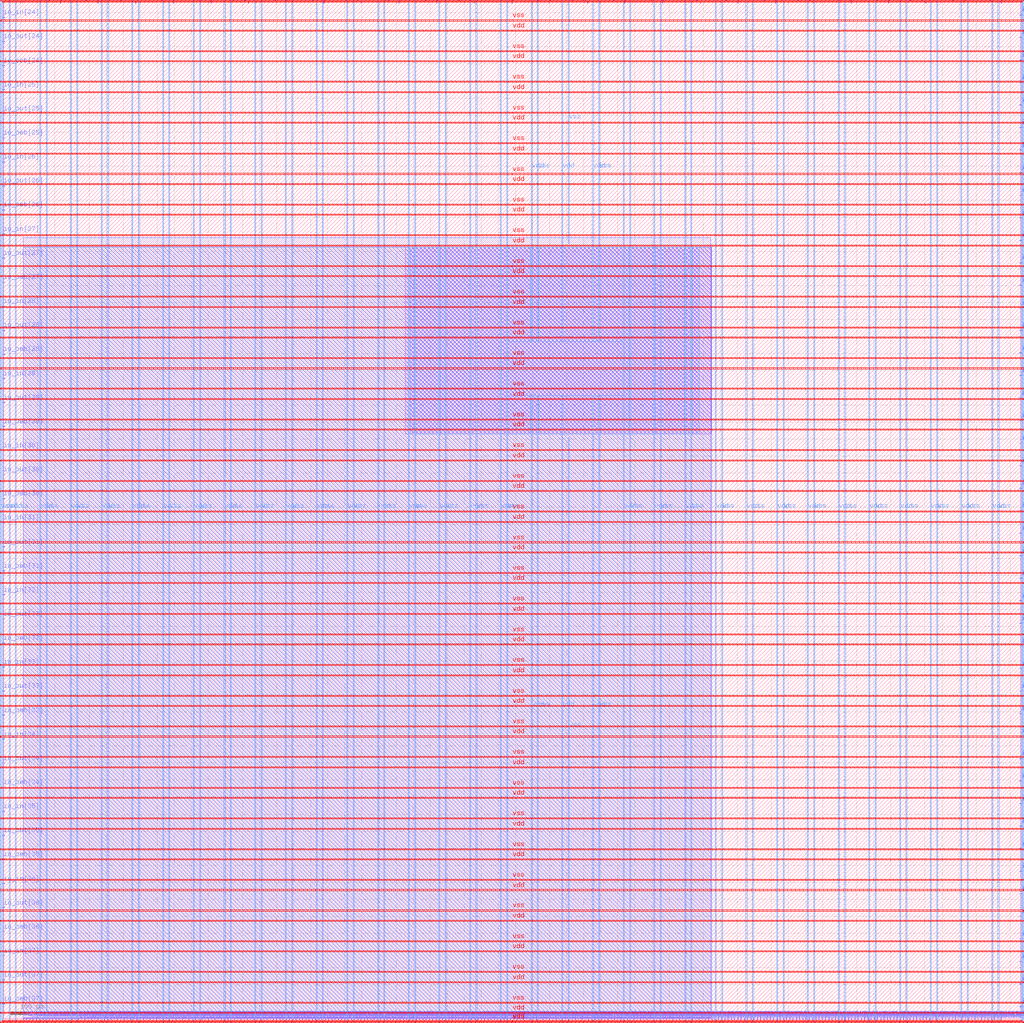
<source format=lef>
VERSION 5.7 ;
  NOWIREEXTENSIONATPIN ON ;
  DIVIDERCHAR "/" ;
  BUSBITCHARS "[]" ;
MACRO ffra_wrapper
  CLASS BLOCK ;
  FOREIGN ffra_wrapper ;
  ORIGIN 0.000 0.000 ;
  SIZE 2980.200 BY 2980.200 ;
  PIN io_in[0]
    DIRECTION INPUT ;
    USE SIGNAL ;
    PORT
      LAYER Metal3 ;
        RECT 2977.800 35.560 2985.000 36.680 ;
    END
  END io_in[0]
  PIN io_in[10]
    DIRECTION INPUT ;
    USE SIGNAL ;
    PORT
      LAYER Metal3 ;
        RECT 2977.800 2017.960 2985.000 2019.080 ;
    END
  END io_in[10]
  PIN io_in[11]
    DIRECTION INPUT ;
    USE SIGNAL ;
    PORT
      LAYER Metal3 ;
        RECT 2977.800 2216.200 2985.000 2217.320 ;
    END
  END io_in[11]
  PIN io_in[12]
    DIRECTION INPUT ;
    USE SIGNAL ;
    PORT
      LAYER Metal3 ;
        RECT 2977.800 2414.440 2985.000 2415.560 ;
    END
  END io_in[12]
  PIN io_in[13]
    DIRECTION INPUT ;
    USE SIGNAL ;
    PORT
      LAYER Metal3 ;
        RECT 2977.800 2612.680 2985.000 2613.800 ;
    END
  END io_in[13]
  PIN io_in[14]
    DIRECTION INPUT ;
    USE SIGNAL ;
    PORT
      LAYER Metal3 ;
        RECT 2977.800 2810.920 2985.000 2812.040 ;
    END
  END io_in[14]
  PIN io_in[15]
    DIRECTION INPUT ;
    USE SIGNAL ;
    PORT
      LAYER Metal2 ;
        RECT 2923.480 2977.800 2924.600 2985.000 ;
    END
  END io_in[15]
  PIN io_in[16]
    DIRECTION INPUT ;
    USE SIGNAL ;
    PORT
      LAYER Metal2 ;
        RECT 2592.520 2977.800 2593.640 2985.000 ;
    END
  END io_in[16]
  PIN io_in[17]
    DIRECTION INPUT ;
    USE SIGNAL ;
    PORT
      LAYER Metal2 ;
        RECT 2261.560 2977.800 2262.680 2985.000 ;
    END
  END io_in[17]
  PIN io_in[18]
    DIRECTION INPUT ;
    USE SIGNAL ;
    PORT
      LAYER Metal2 ;
        RECT 1930.600 2977.800 1931.720 2985.000 ;
    END
  END io_in[18]
  PIN io_in[19]
    DIRECTION INPUT ;
    USE SIGNAL ;
    PORT
      LAYER Metal2 ;
        RECT 1599.640 2977.800 1600.760 2985.000 ;
    END
  END io_in[19]
  PIN io_in[1]
    DIRECTION INPUT ;
    USE SIGNAL ;
    PORT
      LAYER Metal3 ;
        RECT 2977.800 233.800 2985.000 234.920 ;
    END
  END io_in[1]
  PIN io_in[20]
    DIRECTION INPUT ;
    USE SIGNAL ;
    PORT
      LAYER Metal2 ;
        RECT 1268.680 2977.800 1269.800 2985.000 ;
    END
  END io_in[20]
  PIN io_in[21]
    DIRECTION INPUT ;
    USE SIGNAL ;
    PORT
      LAYER Metal2 ;
        RECT 937.720 2977.800 938.840 2985.000 ;
    END
  END io_in[21]
  PIN io_in[22]
    DIRECTION INPUT ;
    USE SIGNAL ;
    PORT
      LAYER Metal2 ;
        RECT 606.760 2977.800 607.880 2985.000 ;
    END
  END io_in[22]
  PIN io_in[23]
    DIRECTION INPUT ;
    USE SIGNAL ;
    PORT
      LAYER Metal2 ;
        RECT 275.800 2977.800 276.920 2985.000 ;
    END
  END io_in[23]
  PIN io_in[24]
    DIRECTION INPUT ;
    USE SIGNAL ;
    PORT
      LAYER Metal3 ;
        RECT -4.800 2935.800 2.400 2936.920 ;
    END
  END io_in[24]
  PIN io_in[25]
    DIRECTION INPUT ;
    USE SIGNAL ;
    PORT
      LAYER Metal3 ;
        RECT -4.800 2724.120 2.400 2725.240 ;
    END
  END io_in[25]
  PIN io_in[26]
    DIRECTION INPUT ;
    USE SIGNAL ;
    PORT
      LAYER Metal3 ;
        RECT -4.800 2512.440 2.400 2513.560 ;
    END
  END io_in[26]
  PIN io_in[27]
    DIRECTION INPUT ;
    USE SIGNAL ;
    PORT
      LAYER Metal3 ;
        RECT -4.800 2300.760 2.400 2301.880 ;
    END
  END io_in[27]
  PIN io_in[28]
    DIRECTION INPUT ;
    USE SIGNAL ;
    PORT
      LAYER Metal3 ;
        RECT -4.800 2089.080 2.400 2090.200 ;
    END
  END io_in[28]
  PIN io_in[29]
    DIRECTION INPUT ;
    USE SIGNAL ;
    PORT
      LAYER Metal3 ;
        RECT -4.800 1877.400 2.400 1878.520 ;
    END
  END io_in[29]
  PIN io_in[2]
    DIRECTION INPUT ;
    USE SIGNAL ;
    PORT
      LAYER Metal3 ;
        RECT 2977.800 432.040 2985.000 433.160 ;
    END
  END io_in[2]
  PIN io_in[30]
    DIRECTION INPUT ;
    USE SIGNAL ;
    PORT
      LAYER Metal3 ;
        RECT -4.800 1665.720 2.400 1666.840 ;
    END
  END io_in[30]
  PIN io_in[31]
    DIRECTION INPUT ;
    USE SIGNAL ;
    PORT
      LAYER Metal3 ;
        RECT -4.800 1454.040 2.400 1455.160 ;
    END
  END io_in[31]
  PIN io_in[32]
    DIRECTION INPUT ;
    USE SIGNAL ;
    PORT
      LAYER Metal3 ;
        RECT -4.800 1242.360 2.400 1243.480 ;
    END
  END io_in[32]
  PIN io_in[33]
    DIRECTION INPUT ;
    USE SIGNAL ;
    PORT
      LAYER Metal3 ;
        RECT -4.800 1030.680 2.400 1031.800 ;
    END
  END io_in[33]
  PIN io_in[34]
    DIRECTION INPUT ;
    USE SIGNAL ;
    PORT
      LAYER Metal3 ;
        RECT -4.800 819.000 2.400 820.120 ;
    END
  END io_in[34]
  PIN io_in[35]
    DIRECTION INPUT ;
    USE SIGNAL ;
    PORT
      LAYER Metal3 ;
        RECT -4.800 607.320 2.400 608.440 ;
    END
  END io_in[35]
  PIN io_in[36]
    DIRECTION INPUT ;
    USE SIGNAL ;
    PORT
      LAYER Metal3 ;
        RECT -4.800 395.640 2.400 396.760 ;
    END
  END io_in[36]
  PIN io_in[37]
    DIRECTION INPUT ;
    USE SIGNAL ;
    PORT
      LAYER Metal3 ;
        RECT -4.800 183.960 2.400 185.080 ;
    END
  END io_in[37]
  PIN io_in[3]
    DIRECTION INPUT ;
    USE SIGNAL ;
    PORT
      LAYER Metal3 ;
        RECT 2977.800 630.280 2985.000 631.400 ;
    END
  END io_in[3]
  PIN io_in[4]
    DIRECTION INPUT ;
    USE SIGNAL ;
    PORT
      LAYER Metal3 ;
        RECT 2977.800 828.520 2985.000 829.640 ;
    END
  END io_in[4]
  PIN io_in[5]
    DIRECTION INPUT ;
    USE SIGNAL ;
    PORT
      LAYER Metal3 ;
        RECT 2977.800 1026.760 2985.000 1027.880 ;
    END
  END io_in[5]
  PIN io_in[6]
    DIRECTION INPUT ;
    USE SIGNAL ;
    PORT
      LAYER Metal3 ;
        RECT 2977.800 1225.000 2985.000 1226.120 ;
    END
  END io_in[6]
  PIN io_in[7]
    DIRECTION INPUT ;
    USE SIGNAL ;
    PORT
      LAYER Metal3 ;
        RECT 2977.800 1423.240 2985.000 1424.360 ;
    END
  END io_in[7]
  PIN io_in[8]
    DIRECTION INPUT ;
    USE SIGNAL ;
    PORT
      LAYER Metal3 ;
        RECT 2977.800 1621.480 2985.000 1622.600 ;
    END
  END io_in[8]
  PIN io_in[9]
    DIRECTION INPUT ;
    USE SIGNAL ;
    PORT
      LAYER Metal3 ;
        RECT 2977.800 1819.720 2985.000 1820.840 ;
    END
  END io_in[9]
  PIN io_oeb[0]
    DIRECTION OUTPUT TRISTATE ;
    USE SIGNAL ;
    PORT
      LAYER Metal3 ;
        RECT 2977.800 167.720 2985.000 168.840 ;
    END
  END io_oeb[0]
  PIN io_oeb[10]
    DIRECTION OUTPUT TRISTATE ;
    USE SIGNAL ;
    PORT
      LAYER Metal3 ;
        RECT 2977.800 2150.120 2985.000 2151.240 ;
    END
  END io_oeb[10]
  PIN io_oeb[11]
    DIRECTION OUTPUT TRISTATE ;
    USE SIGNAL ;
    PORT
      LAYER Metal3 ;
        RECT 2977.800 2348.360 2985.000 2349.480 ;
    END
  END io_oeb[11]
  PIN io_oeb[12]
    DIRECTION OUTPUT TRISTATE ;
    USE SIGNAL ;
    PORT
      LAYER Metal3 ;
        RECT 2977.800 2546.600 2985.000 2547.720 ;
    END
  END io_oeb[12]
  PIN io_oeb[13]
    DIRECTION OUTPUT TRISTATE ;
    USE SIGNAL ;
    PORT
      LAYER Metal3 ;
        RECT 2977.800 2744.840 2985.000 2745.960 ;
    END
  END io_oeb[13]
  PIN io_oeb[14]
    DIRECTION OUTPUT TRISTATE ;
    USE SIGNAL ;
    PORT
      LAYER Metal3 ;
        RECT 2977.800 2943.080 2985.000 2944.200 ;
    END
  END io_oeb[14]
  PIN io_oeb[15]
    DIRECTION OUTPUT TRISTATE ;
    USE SIGNAL ;
    PORT
      LAYER Metal2 ;
        RECT 2702.840 2977.800 2703.960 2985.000 ;
    END
  END io_oeb[15]
  PIN io_oeb[16]
    DIRECTION OUTPUT TRISTATE ;
    USE SIGNAL ;
    PORT
      LAYER Metal2 ;
        RECT 2371.880 2977.800 2373.000 2985.000 ;
    END
  END io_oeb[16]
  PIN io_oeb[17]
    DIRECTION OUTPUT TRISTATE ;
    USE SIGNAL ;
    PORT
      LAYER Metal2 ;
        RECT 2040.920 2977.800 2042.040 2985.000 ;
    END
  END io_oeb[17]
  PIN io_oeb[18]
    DIRECTION OUTPUT TRISTATE ;
    USE SIGNAL ;
    PORT
      LAYER Metal2 ;
        RECT 1709.960 2977.800 1711.080 2985.000 ;
    END
  END io_oeb[18]
  PIN io_oeb[19]
    DIRECTION OUTPUT TRISTATE ;
    USE SIGNAL ;
    PORT
      LAYER Metal2 ;
        RECT 1379.000 2977.800 1380.120 2985.000 ;
    END
  END io_oeb[19]
  PIN io_oeb[1]
    DIRECTION OUTPUT TRISTATE ;
    USE SIGNAL ;
    PORT
      LAYER Metal3 ;
        RECT 2977.800 365.960 2985.000 367.080 ;
    END
  END io_oeb[1]
  PIN io_oeb[20]
    DIRECTION OUTPUT TRISTATE ;
    USE SIGNAL ;
    PORT
      LAYER Metal2 ;
        RECT 1048.040 2977.800 1049.160 2985.000 ;
    END
  END io_oeb[20]
  PIN io_oeb[21]
    DIRECTION OUTPUT TRISTATE ;
    USE SIGNAL ;
    PORT
      LAYER Metal2 ;
        RECT 717.080 2977.800 718.200 2985.000 ;
    END
  END io_oeb[21]
  PIN io_oeb[22]
    DIRECTION OUTPUT TRISTATE ;
    USE SIGNAL ;
    PORT
      LAYER Metal2 ;
        RECT 386.120 2977.800 387.240 2985.000 ;
    END
  END io_oeb[22]
  PIN io_oeb[23]
    DIRECTION OUTPUT TRISTATE ;
    USE SIGNAL ;
    PORT
      LAYER Metal2 ;
        RECT 55.160 2977.800 56.280 2985.000 ;
    END
  END io_oeb[23]
  PIN io_oeb[24]
    DIRECTION OUTPUT TRISTATE ;
    USE SIGNAL ;
    PORT
      LAYER Metal3 ;
        RECT -4.800 2794.680 2.400 2795.800 ;
    END
  END io_oeb[24]
  PIN io_oeb[25]
    DIRECTION OUTPUT TRISTATE ;
    USE SIGNAL ;
    PORT
      LAYER Metal3 ;
        RECT -4.800 2583.000 2.400 2584.120 ;
    END
  END io_oeb[25]
  PIN io_oeb[26]
    DIRECTION OUTPUT TRISTATE ;
    USE SIGNAL ;
    PORT
      LAYER Metal3 ;
        RECT -4.800 2371.320 2.400 2372.440 ;
    END
  END io_oeb[26]
  PIN io_oeb[27]
    DIRECTION OUTPUT TRISTATE ;
    USE SIGNAL ;
    PORT
      LAYER Metal3 ;
        RECT -4.800 2159.640 2.400 2160.760 ;
    END
  END io_oeb[27]
  PIN io_oeb[28]
    DIRECTION OUTPUT TRISTATE ;
    USE SIGNAL ;
    PORT
      LAYER Metal3 ;
        RECT -4.800 1947.960 2.400 1949.080 ;
    END
  END io_oeb[28]
  PIN io_oeb[29]
    DIRECTION OUTPUT TRISTATE ;
    USE SIGNAL ;
    PORT
      LAYER Metal3 ;
        RECT -4.800 1736.280 2.400 1737.400 ;
    END
  END io_oeb[29]
  PIN io_oeb[2]
    DIRECTION OUTPUT TRISTATE ;
    USE SIGNAL ;
    PORT
      LAYER Metal3 ;
        RECT 2977.800 564.200 2985.000 565.320 ;
    END
  END io_oeb[2]
  PIN io_oeb[30]
    DIRECTION OUTPUT TRISTATE ;
    USE SIGNAL ;
    PORT
      LAYER Metal3 ;
        RECT -4.800 1524.600 2.400 1525.720 ;
    END
  END io_oeb[30]
  PIN io_oeb[31]
    DIRECTION OUTPUT TRISTATE ;
    USE SIGNAL ;
    PORT
      LAYER Metal3 ;
        RECT -4.800 1312.920 2.400 1314.040 ;
    END
  END io_oeb[31]
  PIN io_oeb[32]
    DIRECTION OUTPUT TRISTATE ;
    USE SIGNAL ;
    PORT
      LAYER Metal3 ;
        RECT -4.800 1101.240 2.400 1102.360 ;
    END
  END io_oeb[32]
  PIN io_oeb[33]
    DIRECTION OUTPUT TRISTATE ;
    USE SIGNAL ;
    PORT
      LAYER Metal3 ;
        RECT -4.800 889.560 2.400 890.680 ;
    END
  END io_oeb[33]
  PIN io_oeb[34]
    DIRECTION OUTPUT TRISTATE ;
    USE SIGNAL ;
    PORT
      LAYER Metal3 ;
        RECT -4.800 677.880 2.400 679.000 ;
    END
  END io_oeb[34]
  PIN io_oeb[35]
    DIRECTION OUTPUT TRISTATE ;
    USE SIGNAL ;
    PORT
      LAYER Metal3 ;
        RECT -4.800 466.200 2.400 467.320 ;
    END
  END io_oeb[35]
  PIN io_oeb[36]
    DIRECTION OUTPUT TRISTATE ;
    USE SIGNAL ;
    PORT
      LAYER Metal3 ;
        RECT -4.800 254.520 2.400 255.640 ;
    END
  END io_oeb[36]
  PIN io_oeb[37]
    DIRECTION OUTPUT TRISTATE ;
    USE SIGNAL ;
    PORT
      LAYER Metal3 ;
        RECT -4.800 42.840 2.400 43.960 ;
    END
  END io_oeb[37]
  PIN io_oeb[3]
    DIRECTION OUTPUT TRISTATE ;
    USE SIGNAL ;
    PORT
      LAYER Metal3 ;
        RECT 2977.800 762.440 2985.000 763.560 ;
    END
  END io_oeb[3]
  PIN io_oeb[4]
    DIRECTION OUTPUT TRISTATE ;
    USE SIGNAL ;
    PORT
      LAYER Metal3 ;
        RECT 2977.800 960.680 2985.000 961.800 ;
    END
  END io_oeb[4]
  PIN io_oeb[5]
    DIRECTION OUTPUT TRISTATE ;
    USE SIGNAL ;
    PORT
      LAYER Metal3 ;
        RECT 2977.800 1158.920 2985.000 1160.040 ;
    END
  END io_oeb[5]
  PIN io_oeb[6]
    DIRECTION OUTPUT TRISTATE ;
    USE SIGNAL ;
    PORT
      LAYER Metal3 ;
        RECT 2977.800 1357.160 2985.000 1358.280 ;
    END
  END io_oeb[6]
  PIN io_oeb[7]
    DIRECTION OUTPUT TRISTATE ;
    USE SIGNAL ;
    PORT
      LAYER Metal3 ;
        RECT 2977.800 1555.400 2985.000 1556.520 ;
    END
  END io_oeb[7]
  PIN io_oeb[8]
    DIRECTION OUTPUT TRISTATE ;
    USE SIGNAL ;
    PORT
      LAYER Metal3 ;
        RECT 2977.800 1753.640 2985.000 1754.760 ;
    END
  END io_oeb[8]
  PIN io_oeb[9]
    DIRECTION OUTPUT TRISTATE ;
    USE SIGNAL ;
    PORT
      LAYER Metal3 ;
        RECT 2977.800 1951.880 2985.000 1953.000 ;
    END
  END io_oeb[9]
  PIN io_out[0]
    DIRECTION OUTPUT TRISTATE ;
    USE SIGNAL ;
    PORT
      LAYER Metal3 ;
        RECT 2977.800 101.640 2985.000 102.760 ;
    END
  END io_out[0]
  PIN io_out[10]
    DIRECTION OUTPUT TRISTATE ;
    USE SIGNAL ;
    PORT
      LAYER Metal3 ;
        RECT 2977.800 2084.040 2985.000 2085.160 ;
    END
  END io_out[10]
  PIN io_out[11]
    DIRECTION OUTPUT TRISTATE ;
    USE SIGNAL ;
    PORT
      LAYER Metal3 ;
        RECT 2977.800 2282.280 2985.000 2283.400 ;
    END
  END io_out[11]
  PIN io_out[12]
    DIRECTION OUTPUT TRISTATE ;
    USE SIGNAL ;
    PORT
      LAYER Metal3 ;
        RECT 2977.800 2480.520 2985.000 2481.640 ;
    END
  END io_out[12]
  PIN io_out[13]
    DIRECTION OUTPUT TRISTATE ;
    USE SIGNAL ;
    PORT
      LAYER Metal3 ;
        RECT 2977.800 2678.760 2985.000 2679.880 ;
    END
  END io_out[13]
  PIN io_out[14]
    DIRECTION OUTPUT TRISTATE ;
    USE SIGNAL ;
    PORT
      LAYER Metal3 ;
        RECT 2977.800 2877.000 2985.000 2878.120 ;
    END
  END io_out[14]
  PIN io_out[15]
    DIRECTION OUTPUT TRISTATE ;
    USE SIGNAL ;
    PORT
      LAYER Metal2 ;
        RECT 2813.160 2977.800 2814.280 2985.000 ;
    END
  END io_out[15]
  PIN io_out[16]
    DIRECTION OUTPUT TRISTATE ;
    USE SIGNAL ;
    PORT
      LAYER Metal2 ;
        RECT 2482.200 2977.800 2483.320 2985.000 ;
    END
  END io_out[16]
  PIN io_out[17]
    DIRECTION OUTPUT TRISTATE ;
    USE SIGNAL ;
    PORT
      LAYER Metal2 ;
        RECT 2151.240 2977.800 2152.360 2985.000 ;
    END
  END io_out[17]
  PIN io_out[18]
    DIRECTION OUTPUT TRISTATE ;
    USE SIGNAL ;
    PORT
      LAYER Metal2 ;
        RECT 1820.280 2977.800 1821.400 2985.000 ;
    END
  END io_out[18]
  PIN io_out[19]
    DIRECTION OUTPUT TRISTATE ;
    USE SIGNAL ;
    PORT
      LAYER Metal2 ;
        RECT 1489.320 2977.800 1490.440 2985.000 ;
    END
  END io_out[19]
  PIN io_out[1]
    DIRECTION OUTPUT TRISTATE ;
    USE SIGNAL ;
    PORT
      LAYER Metal3 ;
        RECT 2977.800 299.880 2985.000 301.000 ;
    END
  END io_out[1]
  PIN io_out[20]
    DIRECTION OUTPUT TRISTATE ;
    USE SIGNAL ;
    PORT
      LAYER Metal2 ;
        RECT 1158.360 2977.800 1159.480 2985.000 ;
    END
  END io_out[20]
  PIN io_out[21]
    DIRECTION OUTPUT TRISTATE ;
    USE SIGNAL ;
    PORT
      LAYER Metal2 ;
        RECT 827.400 2977.800 828.520 2985.000 ;
    END
  END io_out[21]
  PIN io_out[22]
    DIRECTION OUTPUT TRISTATE ;
    USE SIGNAL ;
    PORT
      LAYER Metal2 ;
        RECT 496.440 2977.800 497.560 2985.000 ;
    END
  END io_out[22]
  PIN io_out[23]
    DIRECTION OUTPUT TRISTATE ;
    USE SIGNAL ;
    PORT
      LAYER Metal2 ;
        RECT 165.480 2977.800 166.600 2985.000 ;
    END
  END io_out[23]
  PIN io_out[24]
    DIRECTION OUTPUT TRISTATE ;
    USE SIGNAL ;
    PORT
      LAYER Metal3 ;
        RECT -4.800 2865.240 2.400 2866.360 ;
    END
  END io_out[24]
  PIN io_out[25]
    DIRECTION OUTPUT TRISTATE ;
    USE SIGNAL ;
    PORT
      LAYER Metal3 ;
        RECT -4.800 2653.560 2.400 2654.680 ;
    END
  END io_out[25]
  PIN io_out[26]
    DIRECTION OUTPUT TRISTATE ;
    USE SIGNAL ;
    PORT
      LAYER Metal3 ;
        RECT -4.800 2441.880 2.400 2443.000 ;
    END
  END io_out[26]
  PIN io_out[27]
    DIRECTION OUTPUT TRISTATE ;
    USE SIGNAL ;
    PORT
      LAYER Metal3 ;
        RECT -4.800 2230.200 2.400 2231.320 ;
    END
  END io_out[27]
  PIN io_out[28]
    DIRECTION OUTPUT TRISTATE ;
    USE SIGNAL ;
    PORT
      LAYER Metal3 ;
        RECT -4.800 2018.520 2.400 2019.640 ;
    END
  END io_out[28]
  PIN io_out[29]
    DIRECTION OUTPUT TRISTATE ;
    USE SIGNAL ;
    PORT
      LAYER Metal3 ;
        RECT -4.800 1806.840 2.400 1807.960 ;
    END
  END io_out[29]
  PIN io_out[2]
    DIRECTION OUTPUT TRISTATE ;
    USE SIGNAL ;
    PORT
      LAYER Metal3 ;
        RECT 2977.800 498.120 2985.000 499.240 ;
    END
  END io_out[2]
  PIN io_out[30]
    DIRECTION OUTPUT TRISTATE ;
    USE SIGNAL ;
    PORT
      LAYER Metal3 ;
        RECT -4.800 1595.160 2.400 1596.280 ;
    END
  END io_out[30]
  PIN io_out[31]
    DIRECTION OUTPUT TRISTATE ;
    USE SIGNAL ;
    PORT
      LAYER Metal3 ;
        RECT -4.800 1383.480 2.400 1384.600 ;
    END
  END io_out[31]
  PIN io_out[32]
    DIRECTION OUTPUT TRISTATE ;
    USE SIGNAL ;
    PORT
      LAYER Metal3 ;
        RECT -4.800 1171.800 2.400 1172.920 ;
    END
  END io_out[32]
  PIN io_out[33]
    DIRECTION OUTPUT TRISTATE ;
    USE SIGNAL ;
    PORT
      LAYER Metal3 ;
        RECT -4.800 960.120 2.400 961.240 ;
    END
  END io_out[33]
  PIN io_out[34]
    DIRECTION OUTPUT TRISTATE ;
    USE SIGNAL ;
    PORT
      LAYER Metal3 ;
        RECT -4.800 748.440 2.400 749.560 ;
    END
  END io_out[34]
  PIN io_out[35]
    DIRECTION OUTPUT TRISTATE ;
    USE SIGNAL ;
    PORT
      LAYER Metal3 ;
        RECT -4.800 536.760 2.400 537.880 ;
    END
  END io_out[35]
  PIN io_out[36]
    DIRECTION OUTPUT TRISTATE ;
    USE SIGNAL ;
    PORT
      LAYER Metal3 ;
        RECT -4.800 325.080 2.400 326.200 ;
    END
  END io_out[36]
  PIN io_out[37]
    DIRECTION OUTPUT TRISTATE ;
    USE SIGNAL ;
    PORT
      LAYER Metal3 ;
        RECT -4.800 113.400 2.400 114.520 ;
    END
  END io_out[37]
  PIN io_out[3]
    DIRECTION OUTPUT TRISTATE ;
    USE SIGNAL ;
    PORT
      LAYER Metal3 ;
        RECT 2977.800 696.360 2985.000 697.480 ;
    END
  END io_out[3]
  PIN io_out[4]
    DIRECTION OUTPUT TRISTATE ;
    USE SIGNAL ;
    PORT
      LAYER Metal3 ;
        RECT 2977.800 894.600 2985.000 895.720 ;
    END
  END io_out[4]
  PIN io_out[5]
    DIRECTION OUTPUT TRISTATE ;
    USE SIGNAL ;
    PORT
      LAYER Metal3 ;
        RECT 2977.800 1092.840 2985.000 1093.960 ;
    END
  END io_out[5]
  PIN io_out[6]
    DIRECTION OUTPUT TRISTATE ;
    USE SIGNAL ;
    PORT
      LAYER Metal3 ;
        RECT 2977.800 1291.080 2985.000 1292.200 ;
    END
  END io_out[6]
  PIN io_out[7]
    DIRECTION OUTPUT TRISTATE ;
    USE SIGNAL ;
    PORT
      LAYER Metal3 ;
        RECT 2977.800 1489.320 2985.000 1490.440 ;
    END
  END io_out[7]
  PIN io_out[8]
    DIRECTION OUTPUT TRISTATE ;
    USE SIGNAL ;
    PORT
      LAYER Metal3 ;
        RECT 2977.800 1687.560 2985.000 1688.680 ;
    END
  END io_out[8]
  PIN io_out[9]
    DIRECTION OUTPUT TRISTATE ;
    USE SIGNAL ;
    PORT
      LAYER Metal3 ;
        RECT 2977.800 1885.800 2985.000 1886.920 ;
    END
  END io_out[9]
  PIN la_data_in[0]
    DIRECTION INPUT ;
    USE SIGNAL ;
    PORT
      LAYER Metal2 ;
        RECT 1065.960 -4.800 1067.080 2.400 ;
    END
  END la_data_in[0]
  PIN la_data_in[10]
    DIRECTION INPUT ;
    USE SIGNAL ;
    PORT
      LAYER Metal2 ;
        RECT 1351.560 -4.800 1352.680 2.400 ;
    END
  END la_data_in[10]
  PIN la_data_in[11]
    DIRECTION INPUT ;
    USE SIGNAL ;
    PORT
      LAYER Metal2 ;
        RECT 1380.120 -4.800 1381.240 2.400 ;
    END
  END la_data_in[11]
  PIN la_data_in[12]
    DIRECTION INPUT ;
    USE SIGNAL ;
    PORT
      LAYER Metal2 ;
        RECT 1408.680 -4.800 1409.800 2.400 ;
    END
  END la_data_in[12]
  PIN la_data_in[13]
    DIRECTION INPUT ;
    USE SIGNAL ;
    PORT
      LAYER Metal2 ;
        RECT 1437.240 -4.800 1438.360 2.400 ;
    END
  END la_data_in[13]
  PIN la_data_in[14]
    DIRECTION INPUT ;
    USE SIGNAL ;
    PORT
      LAYER Metal2 ;
        RECT 1465.800 -4.800 1466.920 2.400 ;
    END
  END la_data_in[14]
  PIN la_data_in[15]
    DIRECTION INPUT ;
    USE SIGNAL ;
    PORT
      LAYER Metal2 ;
        RECT 1494.360 -4.800 1495.480 2.400 ;
    END
  END la_data_in[15]
  PIN la_data_in[16]
    DIRECTION INPUT ;
    USE SIGNAL ;
    PORT
      LAYER Metal2 ;
        RECT 1522.920 -4.800 1524.040 2.400 ;
    END
  END la_data_in[16]
  PIN la_data_in[17]
    DIRECTION INPUT ;
    USE SIGNAL ;
    PORT
      LAYER Metal2 ;
        RECT 1551.480 -4.800 1552.600 2.400 ;
    END
  END la_data_in[17]
  PIN la_data_in[18]
    DIRECTION INPUT ;
    USE SIGNAL ;
    PORT
      LAYER Metal2 ;
        RECT 1580.040 -4.800 1581.160 2.400 ;
    END
  END la_data_in[18]
  PIN la_data_in[19]
    DIRECTION INPUT ;
    USE SIGNAL ;
    PORT
      LAYER Metal2 ;
        RECT 1608.600 -4.800 1609.720 2.400 ;
    END
  END la_data_in[19]
  PIN la_data_in[1]
    DIRECTION INPUT ;
    USE SIGNAL ;
    PORT
      LAYER Metal2 ;
        RECT 1094.520 -4.800 1095.640 2.400 ;
    END
  END la_data_in[1]
  PIN la_data_in[20]
    DIRECTION INPUT ;
    USE SIGNAL ;
    PORT
      LAYER Metal2 ;
        RECT 1637.160 -4.800 1638.280 2.400 ;
    END
  END la_data_in[20]
  PIN la_data_in[21]
    DIRECTION INPUT ;
    USE SIGNAL ;
    PORT
      LAYER Metal2 ;
        RECT 1665.720 -4.800 1666.840 2.400 ;
    END
  END la_data_in[21]
  PIN la_data_in[22]
    DIRECTION INPUT ;
    USE SIGNAL ;
    PORT
      LAYER Metal2 ;
        RECT 1694.280 -4.800 1695.400 2.400 ;
    END
  END la_data_in[22]
  PIN la_data_in[23]
    DIRECTION INPUT ;
    USE SIGNAL ;
    PORT
      LAYER Metal2 ;
        RECT 1722.840 -4.800 1723.960 2.400 ;
    END
  END la_data_in[23]
  PIN la_data_in[24]
    DIRECTION INPUT ;
    USE SIGNAL ;
    PORT
      LAYER Metal2 ;
        RECT 1751.400 -4.800 1752.520 2.400 ;
    END
  END la_data_in[24]
  PIN la_data_in[25]
    DIRECTION INPUT ;
    USE SIGNAL ;
    PORT
      LAYER Metal2 ;
        RECT 1779.960 -4.800 1781.080 2.400 ;
    END
  END la_data_in[25]
  PIN la_data_in[26]
    DIRECTION INPUT ;
    USE SIGNAL ;
    PORT
      LAYER Metal2 ;
        RECT 1808.520 -4.800 1809.640 2.400 ;
    END
  END la_data_in[26]
  PIN la_data_in[27]
    DIRECTION INPUT ;
    USE SIGNAL ;
    PORT
      LAYER Metal2 ;
        RECT 1837.080 -4.800 1838.200 2.400 ;
    END
  END la_data_in[27]
  PIN la_data_in[28]
    DIRECTION INPUT ;
    USE SIGNAL ;
    PORT
      LAYER Metal2 ;
        RECT 1865.640 -4.800 1866.760 2.400 ;
    END
  END la_data_in[28]
  PIN la_data_in[29]
    DIRECTION INPUT ;
    USE SIGNAL ;
    PORT
      LAYER Metal2 ;
        RECT 1894.200 -4.800 1895.320 2.400 ;
    END
  END la_data_in[29]
  PIN la_data_in[2]
    DIRECTION INPUT ;
    USE SIGNAL ;
    PORT
      LAYER Metal2 ;
        RECT 1123.080 -4.800 1124.200 2.400 ;
    END
  END la_data_in[2]
  PIN la_data_in[30]
    DIRECTION INPUT ;
    USE SIGNAL ;
    PORT
      LAYER Metal2 ;
        RECT 1922.760 -4.800 1923.880 2.400 ;
    END
  END la_data_in[30]
  PIN la_data_in[31]
    DIRECTION INPUT ;
    USE SIGNAL ;
    PORT
      LAYER Metal2 ;
        RECT 1951.320 -4.800 1952.440 2.400 ;
    END
  END la_data_in[31]
  PIN la_data_in[32]
    DIRECTION INPUT ;
    USE SIGNAL ;
    PORT
      LAYER Metal2 ;
        RECT 1979.880 -4.800 1981.000 2.400 ;
    END
  END la_data_in[32]
  PIN la_data_in[33]
    DIRECTION INPUT ;
    USE SIGNAL ;
    PORT
      LAYER Metal2 ;
        RECT 2008.440 -4.800 2009.560 2.400 ;
    END
  END la_data_in[33]
  PIN la_data_in[34]
    DIRECTION INPUT ;
    USE SIGNAL ;
    PORT
      LAYER Metal2 ;
        RECT 2037.000 -4.800 2038.120 2.400 ;
    END
  END la_data_in[34]
  PIN la_data_in[35]
    DIRECTION INPUT ;
    USE SIGNAL ;
    PORT
      LAYER Metal2 ;
        RECT 2065.560 -4.800 2066.680 2.400 ;
    END
  END la_data_in[35]
  PIN la_data_in[36]
    DIRECTION INPUT ;
    USE SIGNAL ;
    PORT
      LAYER Metal2 ;
        RECT 2094.120 -4.800 2095.240 2.400 ;
    END
  END la_data_in[36]
  PIN la_data_in[37]
    DIRECTION INPUT ;
    USE SIGNAL ;
    PORT
      LAYER Metal2 ;
        RECT 2122.680 -4.800 2123.800 2.400 ;
    END
  END la_data_in[37]
  PIN la_data_in[38]
    DIRECTION INPUT ;
    USE SIGNAL ;
    PORT
      LAYER Metal2 ;
        RECT 2151.240 -4.800 2152.360 2.400 ;
    END
  END la_data_in[38]
  PIN la_data_in[39]
    DIRECTION INPUT ;
    USE SIGNAL ;
    PORT
      LAYER Metal2 ;
        RECT 2179.800 -4.800 2180.920 2.400 ;
    END
  END la_data_in[39]
  PIN la_data_in[3]
    DIRECTION INPUT ;
    USE SIGNAL ;
    PORT
      LAYER Metal2 ;
        RECT 1151.640 -4.800 1152.760 2.400 ;
    END
  END la_data_in[3]
  PIN la_data_in[40]
    DIRECTION INPUT ;
    USE SIGNAL ;
    PORT
      LAYER Metal2 ;
        RECT 2208.360 -4.800 2209.480 2.400 ;
    END
  END la_data_in[40]
  PIN la_data_in[41]
    DIRECTION INPUT ;
    USE SIGNAL ;
    PORT
      LAYER Metal2 ;
        RECT 2236.920 -4.800 2238.040 2.400 ;
    END
  END la_data_in[41]
  PIN la_data_in[42]
    DIRECTION INPUT ;
    USE SIGNAL ;
    PORT
      LAYER Metal2 ;
        RECT 2265.480 -4.800 2266.600 2.400 ;
    END
  END la_data_in[42]
  PIN la_data_in[43]
    DIRECTION INPUT ;
    USE SIGNAL ;
    PORT
      LAYER Metal2 ;
        RECT 2294.040 -4.800 2295.160 2.400 ;
    END
  END la_data_in[43]
  PIN la_data_in[44]
    DIRECTION INPUT ;
    USE SIGNAL ;
    PORT
      LAYER Metal2 ;
        RECT 2322.600 -4.800 2323.720 2.400 ;
    END
  END la_data_in[44]
  PIN la_data_in[45]
    DIRECTION INPUT ;
    USE SIGNAL ;
    PORT
      LAYER Metal2 ;
        RECT 2351.160 -4.800 2352.280 2.400 ;
    END
  END la_data_in[45]
  PIN la_data_in[46]
    DIRECTION INPUT ;
    USE SIGNAL ;
    PORT
      LAYER Metal2 ;
        RECT 2379.720 -4.800 2380.840 2.400 ;
    END
  END la_data_in[46]
  PIN la_data_in[47]
    DIRECTION INPUT ;
    USE SIGNAL ;
    PORT
      LAYER Metal2 ;
        RECT 2408.280 -4.800 2409.400 2.400 ;
    END
  END la_data_in[47]
  PIN la_data_in[48]
    DIRECTION INPUT ;
    USE SIGNAL ;
    PORT
      LAYER Metal2 ;
        RECT 2436.840 -4.800 2437.960 2.400 ;
    END
  END la_data_in[48]
  PIN la_data_in[49]
    DIRECTION INPUT ;
    USE SIGNAL ;
    PORT
      LAYER Metal2 ;
        RECT 2465.400 -4.800 2466.520 2.400 ;
    END
  END la_data_in[49]
  PIN la_data_in[4]
    DIRECTION INPUT ;
    USE SIGNAL ;
    PORT
      LAYER Metal2 ;
        RECT 1180.200 -4.800 1181.320 2.400 ;
    END
  END la_data_in[4]
  PIN la_data_in[50]
    DIRECTION INPUT ;
    USE SIGNAL ;
    PORT
      LAYER Metal2 ;
        RECT 2493.960 -4.800 2495.080 2.400 ;
    END
  END la_data_in[50]
  PIN la_data_in[51]
    DIRECTION INPUT ;
    USE SIGNAL ;
    PORT
      LAYER Metal2 ;
        RECT 2522.520 -4.800 2523.640 2.400 ;
    END
  END la_data_in[51]
  PIN la_data_in[52]
    DIRECTION INPUT ;
    USE SIGNAL ;
    PORT
      LAYER Metal2 ;
        RECT 2551.080 -4.800 2552.200 2.400 ;
    END
  END la_data_in[52]
  PIN la_data_in[53]
    DIRECTION INPUT ;
    USE SIGNAL ;
    PORT
      LAYER Metal2 ;
        RECT 2579.640 -4.800 2580.760 2.400 ;
    END
  END la_data_in[53]
  PIN la_data_in[54]
    DIRECTION INPUT ;
    USE SIGNAL ;
    PORT
      LAYER Metal2 ;
        RECT 2608.200 -4.800 2609.320 2.400 ;
    END
  END la_data_in[54]
  PIN la_data_in[55]
    DIRECTION INPUT ;
    USE SIGNAL ;
    PORT
      LAYER Metal2 ;
        RECT 2636.760 -4.800 2637.880 2.400 ;
    END
  END la_data_in[55]
  PIN la_data_in[56]
    DIRECTION INPUT ;
    USE SIGNAL ;
    PORT
      LAYER Metal2 ;
        RECT 2665.320 -4.800 2666.440 2.400 ;
    END
  END la_data_in[56]
  PIN la_data_in[57]
    DIRECTION INPUT ;
    USE SIGNAL ;
    PORT
      LAYER Metal2 ;
        RECT 2693.880 -4.800 2695.000 2.400 ;
    END
  END la_data_in[57]
  PIN la_data_in[58]
    DIRECTION INPUT ;
    USE SIGNAL ;
    PORT
      LAYER Metal2 ;
        RECT 2722.440 -4.800 2723.560 2.400 ;
    END
  END la_data_in[58]
  PIN la_data_in[59]
    DIRECTION INPUT ;
    USE SIGNAL ;
    PORT
      LAYER Metal2 ;
        RECT 2751.000 -4.800 2752.120 2.400 ;
    END
  END la_data_in[59]
  PIN la_data_in[5]
    DIRECTION INPUT ;
    USE SIGNAL ;
    PORT
      LAYER Metal2 ;
        RECT 1208.760 -4.800 1209.880 2.400 ;
    END
  END la_data_in[5]
  PIN la_data_in[60]
    DIRECTION INPUT ;
    USE SIGNAL ;
    PORT
      LAYER Metal2 ;
        RECT 2779.560 -4.800 2780.680 2.400 ;
    END
  END la_data_in[60]
  PIN la_data_in[61]
    DIRECTION INPUT ;
    USE SIGNAL ;
    PORT
      LAYER Metal2 ;
        RECT 2808.120 -4.800 2809.240 2.400 ;
    END
  END la_data_in[61]
  PIN la_data_in[62]
    DIRECTION INPUT ;
    USE SIGNAL ;
    PORT
      LAYER Metal2 ;
        RECT 2836.680 -4.800 2837.800 2.400 ;
    END
  END la_data_in[62]
  PIN la_data_in[63]
    DIRECTION INPUT ;
    USE SIGNAL ;
    PORT
      LAYER Metal2 ;
        RECT 2865.240 -4.800 2866.360 2.400 ;
    END
  END la_data_in[63]
  PIN la_data_in[6]
    DIRECTION INPUT ;
    USE SIGNAL ;
    PORT
      LAYER Metal2 ;
        RECT 1237.320 -4.800 1238.440 2.400 ;
    END
  END la_data_in[6]
  PIN la_data_in[7]
    DIRECTION INPUT ;
    USE SIGNAL ;
    PORT
      LAYER Metal2 ;
        RECT 1265.880 -4.800 1267.000 2.400 ;
    END
  END la_data_in[7]
  PIN la_data_in[8]
    DIRECTION INPUT ;
    USE SIGNAL ;
    PORT
      LAYER Metal2 ;
        RECT 1294.440 -4.800 1295.560 2.400 ;
    END
  END la_data_in[8]
  PIN la_data_in[9]
    DIRECTION INPUT ;
    USE SIGNAL ;
    PORT
      LAYER Metal2 ;
        RECT 1323.000 -4.800 1324.120 2.400 ;
    END
  END la_data_in[9]
  PIN la_data_out[0]
    DIRECTION OUTPUT TRISTATE ;
    USE SIGNAL ;
    PORT
      LAYER Metal2 ;
        RECT 1075.480 -4.800 1076.600 2.400 ;
    END
  END la_data_out[0]
  PIN la_data_out[10]
    DIRECTION OUTPUT TRISTATE ;
    USE SIGNAL ;
    PORT
      LAYER Metal2 ;
        RECT 1361.080 -4.800 1362.200 2.400 ;
    END
  END la_data_out[10]
  PIN la_data_out[11]
    DIRECTION OUTPUT TRISTATE ;
    USE SIGNAL ;
    PORT
      LAYER Metal2 ;
        RECT 1389.640 -4.800 1390.760 2.400 ;
    END
  END la_data_out[11]
  PIN la_data_out[12]
    DIRECTION OUTPUT TRISTATE ;
    USE SIGNAL ;
    PORT
      LAYER Metal2 ;
        RECT 1418.200 -4.800 1419.320 2.400 ;
    END
  END la_data_out[12]
  PIN la_data_out[13]
    DIRECTION OUTPUT TRISTATE ;
    USE SIGNAL ;
    PORT
      LAYER Metal2 ;
        RECT 1446.760 -4.800 1447.880 2.400 ;
    END
  END la_data_out[13]
  PIN la_data_out[14]
    DIRECTION OUTPUT TRISTATE ;
    USE SIGNAL ;
    PORT
      LAYER Metal2 ;
        RECT 1475.320 -4.800 1476.440 2.400 ;
    END
  END la_data_out[14]
  PIN la_data_out[15]
    DIRECTION OUTPUT TRISTATE ;
    USE SIGNAL ;
    PORT
      LAYER Metal2 ;
        RECT 1503.880 -4.800 1505.000 2.400 ;
    END
  END la_data_out[15]
  PIN la_data_out[16]
    DIRECTION OUTPUT TRISTATE ;
    USE SIGNAL ;
    PORT
      LAYER Metal2 ;
        RECT 1532.440 -4.800 1533.560 2.400 ;
    END
  END la_data_out[16]
  PIN la_data_out[17]
    DIRECTION OUTPUT TRISTATE ;
    USE SIGNAL ;
    PORT
      LAYER Metal2 ;
        RECT 1561.000 -4.800 1562.120 2.400 ;
    END
  END la_data_out[17]
  PIN la_data_out[18]
    DIRECTION OUTPUT TRISTATE ;
    USE SIGNAL ;
    PORT
      LAYER Metal2 ;
        RECT 1589.560 -4.800 1590.680 2.400 ;
    END
  END la_data_out[18]
  PIN la_data_out[19]
    DIRECTION OUTPUT TRISTATE ;
    USE SIGNAL ;
    PORT
      LAYER Metal2 ;
        RECT 1618.120 -4.800 1619.240 2.400 ;
    END
  END la_data_out[19]
  PIN la_data_out[1]
    DIRECTION OUTPUT TRISTATE ;
    USE SIGNAL ;
    PORT
      LAYER Metal2 ;
        RECT 1104.040 -4.800 1105.160 2.400 ;
    END
  END la_data_out[1]
  PIN la_data_out[20]
    DIRECTION OUTPUT TRISTATE ;
    USE SIGNAL ;
    PORT
      LAYER Metal2 ;
        RECT 1646.680 -4.800 1647.800 2.400 ;
    END
  END la_data_out[20]
  PIN la_data_out[21]
    DIRECTION OUTPUT TRISTATE ;
    USE SIGNAL ;
    PORT
      LAYER Metal2 ;
        RECT 1675.240 -4.800 1676.360 2.400 ;
    END
  END la_data_out[21]
  PIN la_data_out[22]
    DIRECTION OUTPUT TRISTATE ;
    USE SIGNAL ;
    PORT
      LAYER Metal2 ;
        RECT 1703.800 -4.800 1704.920 2.400 ;
    END
  END la_data_out[22]
  PIN la_data_out[23]
    DIRECTION OUTPUT TRISTATE ;
    USE SIGNAL ;
    PORT
      LAYER Metal2 ;
        RECT 1732.360 -4.800 1733.480 2.400 ;
    END
  END la_data_out[23]
  PIN la_data_out[24]
    DIRECTION OUTPUT TRISTATE ;
    USE SIGNAL ;
    PORT
      LAYER Metal2 ;
        RECT 1760.920 -4.800 1762.040 2.400 ;
    END
  END la_data_out[24]
  PIN la_data_out[25]
    DIRECTION OUTPUT TRISTATE ;
    USE SIGNAL ;
    PORT
      LAYER Metal2 ;
        RECT 1789.480 -4.800 1790.600 2.400 ;
    END
  END la_data_out[25]
  PIN la_data_out[26]
    DIRECTION OUTPUT TRISTATE ;
    USE SIGNAL ;
    PORT
      LAYER Metal2 ;
        RECT 1818.040 -4.800 1819.160 2.400 ;
    END
  END la_data_out[26]
  PIN la_data_out[27]
    DIRECTION OUTPUT TRISTATE ;
    USE SIGNAL ;
    PORT
      LAYER Metal2 ;
        RECT 1846.600 -4.800 1847.720 2.400 ;
    END
  END la_data_out[27]
  PIN la_data_out[28]
    DIRECTION OUTPUT TRISTATE ;
    USE SIGNAL ;
    PORT
      LAYER Metal2 ;
        RECT 1875.160 -4.800 1876.280 2.400 ;
    END
  END la_data_out[28]
  PIN la_data_out[29]
    DIRECTION OUTPUT TRISTATE ;
    USE SIGNAL ;
    PORT
      LAYER Metal2 ;
        RECT 1903.720 -4.800 1904.840 2.400 ;
    END
  END la_data_out[29]
  PIN la_data_out[2]
    DIRECTION OUTPUT TRISTATE ;
    USE SIGNAL ;
    PORT
      LAYER Metal2 ;
        RECT 1132.600 -4.800 1133.720 2.400 ;
    END
  END la_data_out[2]
  PIN la_data_out[30]
    DIRECTION OUTPUT TRISTATE ;
    USE SIGNAL ;
    PORT
      LAYER Metal2 ;
        RECT 1932.280 -4.800 1933.400 2.400 ;
    END
  END la_data_out[30]
  PIN la_data_out[31]
    DIRECTION OUTPUT TRISTATE ;
    USE SIGNAL ;
    PORT
      LAYER Metal2 ;
        RECT 1960.840 -4.800 1961.960 2.400 ;
    END
  END la_data_out[31]
  PIN la_data_out[32]
    DIRECTION OUTPUT TRISTATE ;
    USE SIGNAL ;
    PORT
      LAYER Metal2 ;
        RECT 1989.400 -4.800 1990.520 2.400 ;
    END
  END la_data_out[32]
  PIN la_data_out[33]
    DIRECTION OUTPUT TRISTATE ;
    USE SIGNAL ;
    PORT
      LAYER Metal2 ;
        RECT 2017.960 -4.800 2019.080 2.400 ;
    END
  END la_data_out[33]
  PIN la_data_out[34]
    DIRECTION OUTPUT TRISTATE ;
    USE SIGNAL ;
    PORT
      LAYER Metal2 ;
        RECT 2046.520 -4.800 2047.640 2.400 ;
    END
  END la_data_out[34]
  PIN la_data_out[35]
    DIRECTION OUTPUT TRISTATE ;
    USE SIGNAL ;
    PORT
      LAYER Metal2 ;
        RECT 2075.080 -4.800 2076.200 2.400 ;
    END
  END la_data_out[35]
  PIN la_data_out[36]
    DIRECTION OUTPUT TRISTATE ;
    USE SIGNAL ;
    PORT
      LAYER Metal2 ;
        RECT 2103.640 -4.800 2104.760 2.400 ;
    END
  END la_data_out[36]
  PIN la_data_out[37]
    DIRECTION OUTPUT TRISTATE ;
    USE SIGNAL ;
    PORT
      LAYER Metal2 ;
        RECT 2132.200 -4.800 2133.320 2.400 ;
    END
  END la_data_out[37]
  PIN la_data_out[38]
    DIRECTION OUTPUT TRISTATE ;
    USE SIGNAL ;
    PORT
      LAYER Metal2 ;
        RECT 2160.760 -4.800 2161.880 2.400 ;
    END
  END la_data_out[38]
  PIN la_data_out[39]
    DIRECTION OUTPUT TRISTATE ;
    USE SIGNAL ;
    PORT
      LAYER Metal2 ;
        RECT 2189.320 -4.800 2190.440 2.400 ;
    END
  END la_data_out[39]
  PIN la_data_out[3]
    DIRECTION OUTPUT TRISTATE ;
    USE SIGNAL ;
    PORT
      LAYER Metal2 ;
        RECT 1161.160 -4.800 1162.280 2.400 ;
    END
  END la_data_out[3]
  PIN la_data_out[40]
    DIRECTION OUTPUT TRISTATE ;
    USE SIGNAL ;
    PORT
      LAYER Metal2 ;
        RECT 2217.880 -4.800 2219.000 2.400 ;
    END
  END la_data_out[40]
  PIN la_data_out[41]
    DIRECTION OUTPUT TRISTATE ;
    USE SIGNAL ;
    PORT
      LAYER Metal2 ;
        RECT 2246.440 -4.800 2247.560 2.400 ;
    END
  END la_data_out[41]
  PIN la_data_out[42]
    DIRECTION OUTPUT TRISTATE ;
    USE SIGNAL ;
    PORT
      LAYER Metal2 ;
        RECT 2275.000 -4.800 2276.120 2.400 ;
    END
  END la_data_out[42]
  PIN la_data_out[43]
    DIRECTION OUTPUT TRISTATE ;
    USE SIGNAL ;
    PORT
      LAYER Metal2 ;
        RECT 2303.560 -4.800 2304.680 2.400 ;
    END
  END la_data_out[43]
  PIN la_data_out[44]
    DIRECTION OUTPUT TRISTATE ;
    USE SIGNAL ;
    PORT
      LAYER Metal2 ;
        RECT 2332.120 -4.800 2333.240 2.400 ;
    END
  END la_data_out[44]
  PIN la_data_out[45]
    DIRECTION OUTPUT TRISTATE ;
    USE SIGNAL ;
    PORT
      LAYER Metal2 ;
        RECT 2360.680 -4.800 2361.800 2.400 ;
    END
  END la_data_out[45]
  PIN la_data_out[46]
    DIRECTION OUTPUT TRISTATE ;
    USE SIGNAL ;
    PORT
      LAYER Metal2 ;
        RECT 2389.240 -4.800 2390.360 2.400 ;
    END
  END la_data_out[46]
  PIN la_data_out[47]
    DIRECTION OUTPUT TRISTATE ;
    USE SIGNAL ;
    PORT
      LAYER Metal2 ;
        RECT 2417.800 -4.800 2418.920 2.400 ;
    END
  END la_data_out[47]
  PIN la_data_out[48]
    DIRECTION OUTPUT TRISTATE ;
    USE SIGNAL ;
    PORT
      LAYER Metal2 ;
        RECT 2446.360 -4.800 2447.480 2.400 ;
    END
  END la_data_out[48]
  PIN la_data_out[49]
    DIRECTION OUTPUT TRISTATE ;
    USE SIGNAL ;
    PORT
      LAYER Metal2 ;
        RECT 2474.920 -4.800 2476.040 2.400 ;
    END
  END la_data_out[49]
  PIN la_data_out[4]
    DIRECTION OUTPUT TRISTATE ;
    USE SIGNAL ;
    PORT
      LAYER Metal2 ;
        RECT 1189.720 -4.800 1190.840 2.400 ;
    END
  END la_data_out[4]
  PIN la_data_out[50]
    DIRECTION OUTPUT TRISTATE ;
    USE SIGNAL ;
    PORT
      LAYER Metal2 ;
        RECT 2503.480 -4.800 2504.600 2.400 ;
    END
  END la_data_out[50]
  PIN la_data_out[51]
    DIRECTION OUTPUT TRISTATE ;
    USE SIGNAL ;
    PORT
      LAYER Metal2 ;
        RECT 2532.040 -4.800 2533.160 2.400 ;
    END
  END la_data_out[51]
  PIN la_data_out[52]
    DIRECTION OUTPUT TRISTATE ;
    USE SIGNAL ;
    PORT
      LAYER Metal2 ;
        RECT 2560.600 -4.800 2561.720 2.400 ;
    END
  END la_data_out[52]
  PIN la_data_out[53]
    DIRECTION OUTPUT TRISTATE ;
    USE SIGNAL ;
    PORT
      LAYER Metal2 ;
        RECT 2589.160 -4.800 2590.280 2.400 ;
    END
  END la_data_out[53]
  PIN la_data_out[54]
    DIRECTION OUTPUT TRISTATE ;
    USE SIGNAL ;
    PORT
      LAYER Metal2 ;
        RECT 2617.720 -4.800 2618.840 2.400 ;
    END
  END la_data_out[54]
  PIN la_data_out[55]
    DIRECTION OUTPUT TRISTATE ;
    USE SIGNAL ;
    PORT
      LAYER Metal2 ;
        RECT 2646.280 -4.800 2647.400 2.400 ;
    END
  END la_data_out[55]
  PIN la_data_out[56]
    DIRECTION OUTPUT TRISTATE ;
    USE SIGNAL ;
    PORT
      LAYER Metal2 ;
        RECT 2674.840 -4.800 2675.960 2.400 ;
    END
  END la_data_out[56]
  PIN la_data_out[57]
    DIRECTION OUTPUT TRISTATE ;
    USE SIGNAL ;
    PORT
      LAYER Metal2 ;
        RECT 2703.400 -4.800 2704.520 2.400 ;
    END
  END la_data_out[57]
  PIN la_data_out[58]
    DIRECTION OUTPUT TRISTATE ;
    USE SIGNAL ;
    PORT
      LAYER Metal2 ;
        RECT 2731.960 -4.800 2733.080 2.400 ;
    END
  END la_data_out[58]
  PIN la_data_out[59]
    DIRECTION OUTPUT TRISTATE ;
    USE SIGNAL ;
    PORT
      LAYER Metal2 ;
        RECT 2760.520 -4.800 2761.640 2.400 ;
    END
  END la_data_out[59]
  PIN la_data_out[5]
    DIRECTION OUTPUT TRISTATE ;
    USE SIGNAL ;
    PORT
      LAYER Metal2 ;
        RECT 1218.280 -4.800 1219.400 2.400 ;
    END
  END la_data_out[5]
  PIN la_data_out[60]
    DIRECTION OUTPUT TRISTATE ;
    USE SIGNAL ;
    PORT
      LAYER Metal2 ;
        RECT 2789.080 -4.800 2790.200 2.400 ;
    END
  END la_data_out[60]
  PIN la_data_out[61]
    DIRECTION OUTPUT TRISTATE ;
    USE SIGNAL ;
    PORT
      LAYER Metal2 ;
        RECT 2817.640 -4.800 2818.760 2.400 ;
    END
  END la_data_out[61]
  PIN la_data_out[62]
    DIRECTION OUTPUT TRISTATE ;
    USE SIGNAL ;
    PORT
      LAYER Metal2 ;
        RECT 2846.200 -4.800 2847.320 2.400 ;
    END
  END la_data_out[62]
  PIN la_data_out[63]
    DIRECTION OUTPUT TRISTATE ;
    USE SIGNAL ;
    PORT
      LAYER Metal2 ;
        RECT 2874.760 -4.800 2875.880 2.400 ;
    END
  END la_data_out[63]
  PIN la_data_out[6]
    DIRECTION OUTPUT TRISTATE ;
    USE SIGNAL ;
    PORT
      LAYER Metal2 ;
        RECT 1246.840 -4.800 1247.960 2.400 ;
    END
  END la_data_out[6]
  PIN la_data_out[7]
    DIRECTION OUTPUT TRISTATE ;
    USE SIGNAL ;
    PORT
      LAYER Metal2 ;
        RECT 1275.400 -4.800 1276.520 2.400 ;
    END
  END la_data_out[7]
  PIN la_data_out[8]
    DIRECTION OUTPUT TRISTATE ;
    USE SIGNAL ;
    PORT
      LAYER Metal2 ;
        RECT 1303.960 -4.800 1305.080 2.400 ;
    END
  END la_data_out[8]
  PIN la_data_out[9]
    DIRECTION OUTPUT TRISTATE ;
    USE SIGNAL ;
    PORT
      LAYER Metal2 ;
        RECT 1332.520 -4.800 1333.640 2.400 ;
    END
  END la_data_out[9]
  PIN la_oenb[0]
    DIRECTION INPUT ;
    USE SIGNAL ;
    PORT
      LAYER Metal2 ;
        RECT 1085.000 -4.800 1086.120 2.400 ;
    END
  END la_oenb[0]
  PIN la_oenb[10]
    DIRECTION INPUT ;
    USE SIGNAL ;
    PORT
      LAYER Metal2 ;
        RECT 1370.600 -4.800 1371.720 2.400 ;
    END
  END la_oenb[10]
  PIN la_oenb[11]
    DIRECTION INPUT ;
    USE SIGNAL ;
    PORT
      LAYER Metal2 ;
        RECT 1399.160 -4.800 1400.280 2.400 ;
    END
  END la_oenb[11]
  PIN la_oenb[12]
    DIRECTION INPUT ;
    USE SIGNAL ;
    PORT
      LAYER Metal2 ;
        RECT 1427.720 -4.800 1428.840 2.400 ;
    END
  END la_oenb[12]
  PIN la_oenb[13]
    DIRECTION INPUT ;
    USE SIGNAL ;
    PORT
      LAYER Metal2 ;
        RECT 1456.280 -4.800 1457.400 2.400 ;
    END
  END la_oenb[13]
  PIN la_oenb[14]
    DIRECTION INPUT ;
    USE SIGNAL ;
    PORT
      LAYER Metal2 ;
        RECT 1484.840 -4.800 1485.960 2.400 ;
    END
  END la_oenb[14]
  PIN la_oenb[15]
    DIRECTION INPUT ;
    USE SIGNAL ;
    PORT
      LAYER Metal2 ;
        RECT 1513.400 -4.800 1514.520 2.400 ;
    END
  END la_oenb[15]
  PIN la_oenb[16]
    DIRECTION INPUT ;
    USE SIGNAL ;
    PORT
      LAYER Metal2 ;
        RECT 1541.960 -4.800 1543.080 2.400 ;
    END
  END la_oenb[16]
  PIN la_oenb[17]
    DIRECTION INPUT ;
    USE SIGNAL ;
    PORT
      LAYER Metal2 ;
        RECT 1570.520 -4.800 1571.640 2.400 ;
    END
  END la_oenb[17]
  PIN la_oenb[18]
    DIRECTION INPUT ;
    USE SIGNAL ;
    PORT
      LAYER Metal2 ;
        RECT 1599.080 -4.800 1600.200 2.400 ;
    END
  END la_oenb[18]
  PIN la_oenb[19]
    DIRECTION INPUT ;
    USE SIGNAL ;
    PORT
      LAYER Metal2 ;
        RECT 1627.640 -4.800 1628.760 2.400 ;
    END
  END la_oenb[19]
  PIN la_oenb[1]
    DIRECTION INPUT ;
    USE SIGNAL ;
    PORT
      LAYER Metal2 ;
        RECT 1113.560 -4.800 1114.680 2.400 ;
    END
  END la_oenb[1]
  PIN la_oenb[20]
    DIRECTION INPUT ;
    USE SIGNAL ;
    PORT
      LAYER Metal2 ;
        RECT 1656.200 -4.800 1657.320 2.400 ;
    END
  END la_oenb[20]
  PIN la_oenb[21]
    DIRECTION INPUT ;
    USE SIGNAL ;
    PORT
      LAYER Metal2 ;
        RECT 1684.760 -4.800 1685.880 2.400 ;
    END
  END la_oenb[21]
  PIN la_oenb[22]
    DIRECTION INPUT ;
    USE SIGNAL ;
    PORT
      LAYER Metal2 ;
        RECT 1713.320 -4.800 1714.440 2.400 ;
    END
  END la_oenb[22]
  PIN la_oenb[23]
    DIRECTION INPUT ;
    USE SIGNAL ;
    PORT
      LAYER Metal2 ;
        RECT 1741.880 -4.800 1743.000 2.400 ;
    END
  END la_oenb[23]
  PIN la_oenb[24]
    DIRECTION INPUT ;
    USE SIGNAL ;
    PORT
      LAYER Metal2 ;
        RECT 1770.440 -4.800 1771.560 2.400 ;
    END
  END la_oenb[24]
  PIN la_oenb[25]
    DIRECTION INPUT ;
    USE SIGNAL ;
    PORT
      LAYER Metal2 ;
        RECT 1799.000 -4.800 1800.120 2.400 ;
    END
  END la_oenb[25]
  PIN la_oenb[26]
    DIRECTION INPUT ;
    USE SIGNAL ;
    PORT
      LAYER Metal2 ;
        RECT 1827.560 -4.800 1828.680 2.400 ;
    END
  END la_oenb[26]
  PIN la_oenb[27]
    DIRECTION INPUT ;
    USE SIGNAL ;
    PORT
      LAYER Metal2 ;
        RECT 1856.120 -4.800 1857.240 2.400 ;
    END
  END la_oenb[27]
  PIN la_oenb[28]
    DIRECTION INPUT ;
    USE SIGNAL ;
    PORT
      LAYER Metal2 ;
        RECT 1884.680 -4.800 1885.800 2.400 ;
    END
  END la_oenb[28]
  PIN la_oenb[29]
    DIRECTION INPUT ;
    USE SIGNAL ;
    PORT
      LAYER Metal2 ;
        RECT 1913.240 -4.800 1914.360 2.400 ;
    END
  END la_oenb[29]
  PIN la_oenb[2]
    DIRECTION INPUT ;
    USE SIGNAL ;
    PORT
      LAYER Metal2 ;
        RECT 1142.120 -4.800 1143.240 2.400 ;
    END
  END la_oenb[2]
  PIN la_oenb[30]
    DIRECTION INPUT ;
    USE SIGNAL ;
    PORT
      LAYER Metal2 ;
        RECT 1941.800 -4.800 1942.920 2.400 ;
    END
  END la_oenb[30]
  PIN la_oenb[31]
    DIRECTION INPUT ;
    USE SIGNAL ;
    PORT
      LAYER Metal2 ;
        RECT 1970.360 -4.800 1971.480 2.400 ;
    END
  END la_oenb[31]
  PIN la_oenb[32]
    DIRECTION INPUT ;
    USE SIGNAL ;
    PORT
      LAYER Metal2 ;
        RECT 1998.920 -4.800 2000.040 2.400 ;
    END
  END la_oenb[32]
  PIN la_oenb[33]
    DIRECTION INPUT ;
    USE SIGNAL ;
    PORT
      LAYER Metal2 ;
        RECT 2027.480 -4.800 2028.600 2.400 ;
    END
  END la_oenb[33]
  PIN la_oenb[34]
    DIRECTION INPUT ;
    USE SIGNAL ;
    PORT
      LAYER Metal2 ;
        RECT 2056.040 -4.800 2057.160 2.400 ;
    END
  END la_oenb[34]
  PIN la_oenb[35]
    DIRECTION INPUT ;
    USE SIGNAL ;
    PORT
      LAYER Metal2 ;
        RECT 2084.600 -4.800 2085.720 2.400 ;
    END
  END la_oenb[35]
  PIN la_oenb[36]
    DIRECTION INPUT ;
    USE SIGNAL ;
    PORT
      LAYER Metal2 ;
        RECT 2113.160 -4.800 2114.280 2.400 ;
    END
  END la_oenb[36]
  PIN la_oenb[37]
    DIRECTION INPUT ;
    USE SIGNAL ;
    PORT
      LAYER Metal2 ;
        RECT 2141.720 -4.800 2142.840 2.400 ;
    END
  END la_oenb[37]
  PIN la_oenb[38]
    DIRECTION INPUT ;
    USE SIGNAL ;
    PORT
      LAYER Metal2 ;
        RECT 2170.280 -4.800 2171.400 2.400 ;
    END
  END la_oenb[38]
  PIN la_oenb[39]
    DIRECTION INPUT ;
    USE SIGNAL ;
    PORT
      LAYER Metal2 ;
        RECT 2198.840 -4.800 2199.960 2.400 ;
    END
  END la_oenb[39]
  PIN la_oenb[3]
    DIRECTION INPUT ;
    USE SIGNAL ;
    PORT
      LAYER Metal2 ;
        RECT 1170.680 -4.800 1171.800 2.400 ;
    END
  END la_oenb[3]
  PIN la_oenb[40]
    DIRECTION INPUT ;
    USE SIGNAL ;
    PORT
      LAYER Metal2 ;
        RECT 2227.400 -4.800 2228.520 2.400 ;
    END
  END la_oenb[40]
  PIN la_oenb[41]
    DIRECTION INPUT ;
    USE SIGNAL ;
    PORT
      LAYER Metal2 ;
        RECT 2255.960 -4.800 2257.080 2.400 ;
    END
  END la_oenb[41]
  PIN la_oenb[42]
    DIRECTION INPUT ;
    USE SIGNAL ;
    PORT
      LAYER Metal2 ;
        RECT 2284.520 -4.800 2285.640 2.400 ;
    END
  END la_oenb[42]
  PIN la_oenb[43]
    DIRECTION INPUT ;
    USE SIGNAL ;
    PORT
      LAYER Metal2 ;
        RECT 2313.080 -4.800 2314.200 2.400 ;
    END
  END la_oenb[43]
  PIN la_oenb[44]
    DIRECTION INPUT ;
    USE SIGNAL ;
    PORT
      LAYER Metal2 ;
        RECT 2341.640 -4.800 2342.760 2.400 ;
    END
  END la_oenb[44]
  PIN la_oenb[45]
    DIRECTION INPUT ;
    USE SIGNAL ;
    PORT
      LAYER Metal2 ;
        RECT 2370.200 -4.800 2371.320 2.400 ;
    END
  END la_oenb[45]
  PIN la_oenb[46]
    DIRECTION INPUT ;
    USE SIGNAL ;
    PORT
      LAYER Metal2 ;
        RECT 2398.760 -4.800 2399.880 2.400 ;
    END
  END la_oenb[46]
  PIN la_oenb[47]
    DIRECTION INPUT ;
    USE SIGNAL ;
    PORT
      LAYER Metal2 ;
        RECT 2427.320 -4.800 2428.440 2.400 ;
    END
  END la_oenb[47]
  PIN la_oenb[48]
    DIRECTION INPUT ;
    USE SIGNAL ;
    PORT
      LAYER Metal2 ;
        RECT 2455.880 -4.800 2457.000 2.400 ;
    END
  END la_oenb[48]
  PIN la_oenb[49]
    DIRECTION INPUT ;
    USE SIGNAL ;
    PORT
      LAYER Metal2 ;
        RECT 2484.440 -4.800 2485.560 2.400 ;
    END
  END la_oenb[49]
  PIN la_oenb[4]
    DIRECTION INPUT ;
    USE SIGNAL ;
    PORT
      LAYER Metal2 ;
        RECT 1199.240 -4.800 1200.360 2.400 ;
    END
  END la_oenb[4]
  PIN la_oenb[50]
    DIRECTION INPUT ;
    USE SIGNAL ;
    PORT
      LAYER Metal2 ;
        RECT 2513.000 -4.800 2514.120 2.400 ;
    END
  END la_oenb[50]
  PIN la_oenb[51]
    DIRECTION INPUT ;
    USE SIGNAL ;
    PORT
      LAYER Metal2 ;
        RECT 2541.560 -4.800 2542.680 2.400 ;
    END
  END la_oenb[51]
  PIN la_oenb[52]
    DIRECTION INPUT ;
    USE SIGNAL ;
    PORT
      LAYER Metal2 ;
        RECT 2570.120 -4.800 2571.240 2.400 ;
    END
  END la_oenb[52]
  PIN la_oenb[53]
    DIRECTION INPUT ;
    USE SIGNAL ;
    PORT
      LAYER Metal2 ;
        RECT 2598.680 -4.800 2599.800 2.400 ;
    END
  END la_oenb[53]
  PIN la_oenb[54]
    DIRECTION INPUT ;
    USE SIGNAL ;
    PORT
      LAYER Metal2 ;
        RECT 2627.240 -4.800 2628.360 2.400 ;
    END
  END la_oenb[54]
  PIN la_oenb[55]
    DIRECTION INPUT ;
    USE SIGNAL ;
    PORT
      LAYER Metal2 ;
        RECT 2655.800 -4.800 2656.920 2.400 ;
    END
  END la_oenb[55]
  PIN la_oenb[56]
    DIRECTION INPUT ;
    USE SIGNAL ;
    PORT
      LAYER Metal2 ;
        RECT 2684.360 -4.800 2685.480 2.400 ;
    END
  END la_oenb[56]
  PIN la_oenb[57]
    DIRECTION INPUT ;
    USE SIGNAL ;
    PORT
      LAYER Metal2 ;
        RECT 2712.920 -4.800 2714.040 2.400 ;
    END
  END la_oenb[57]
  PIN la_oenb[58]
    DIRECTION INPUT ;
    USE SIGNAL ;
    PORT
      LAYER Metal2 ;
        RECT 2741.480 -4.800 2742.600 2.400 ;
    END
  END la_oenb[58]
  PIN la_oenb[59]
    DIRECTION INPUT ;
    USE SIGNAL ;
    PORT
      LAYER Metal2 ;
        RECT 2770.040 -4.800 2771.160 2.400 ;
    END
  END la_oenb[59]
  PIN la_oenb[5]
    DIRECTION INPUT ;
    USE SIGNAL ;
    PORT
      LAYER Metal2 ;
        RECT 1227.800 -4.800 1228.920 2.400 ;
    END
  END la_oenb[5]
  PIN la_oenb[60]
    DIRECTION INPUT ;
    USE SIGNAL ;
    PORT
      LAYER Metal2 ;
        RECT 2798.600 -4.800 2799.720 2.400 ;
    END
  END la_oenb[60]
  PIN la_oenb[61]
    DIRECTION INPUT ;
    USE SIGNAL ;
    PORT
      LAYER Metal2 ;
        RECT 2827.160 -4.800 2828.280 2.400 ;
    END
  END la_oenb[61]
  PIN la_oenb[62]
    DIRECTION INPUT ;
    USE SIGNAL ;
    PORT
      LAYER Metal2 ;
        RECT 2855.720 -4.800 2856.840 2.400 ;
    END
  END la_oenb[62]
  PIN la_oenb[63]
    DIRECTION INPUT ;
    USE SIGNAL ;
    PORT
      LAYER Metal2 ;
        RECT 2884.280 -4.800 2885.400 2.400 ;
    END
  END la_oenb[63]
  PIN la_oenb[6]
    DIRECTION INPUT ;
    USE SIGNAL ;
    PORT
      LAYER Metal2 ;
        RECT 1256.360 -4.800 1257.480 2.400 ;
    END
  END la_oenb[6]
  PIN la_oenb[7]
    DIRECTION INPUT ;
    USE SIGNAL ;
    PORT
      LAYER Metal2 ;
        RECT 1284.920 -4.800 1286.040 2.400 ;
    END
  END la_oenb[7]
  PIN la_oenb[8]
    DIRECTION INPUT ;
    USE SIGNAL ;
    PORT
      LAYER Metal2 ;
        RECT 1313.480 -4.800 1314.600 2.400 ;
    END
  END la_oenb[8]
  PIN la_oenb[9]
    DIRECTION INPUT ;
    USE SIGNAL ;
    PORT
      LAYER Metal2 ;
        RECT 1342.040 -4.800 1343.160 2.400 ;
    END
  END la_oenb[9]
  PIN user_clock2
    DIRECTION INPUT ;
    USE SIGNAL ;
    PORT
      LAYER Metal2 ;
        RECT 2893.800 -4.800 2894.920 2.400 ;
    END
  END user_clock2
  PIN user_irq[0]
    DIRECTION OUTPUT TRISTATE ;
    USE SIGNAL ;
    PORT
      LAYER Metal2 ;
        RECT 2903.320 -4.800 2904.440 2.400 ;
    END
  END user_irq[0]
  PIN user_irq[1]
    DIRECTION OUTPUT TRISTATE ;
    USE SIGNAL ;
    PORT
      LAYER Metal2 ;
        RECT 2912.840 -4.800 2913.960 2.400 ;
    END
  END user_irq[1]
  PIN user_irq[2]
    DIRECTION OUTPUT TRISTATE ;
    USE SIGNAL ;
    PORT
      LAYER Metal2 ;
        RECT 2922.360 -4.800 2923.480 2.400 ;
    END
  END user_irq[2]
  PIN vdd
    DIRECTION INOUT ;
    USE POWER ;
    PORT
      LAYER Metal4 ;
        RECT -5.100 -6.800 -2.000 2983.400 ;
    END
    PORT
      LAYER Metal5 ;
        RECT -5.100 -6.800 2985.300 -3.700 ;
    END
    PORT
      LAYER Metal5 ;
        RECT -5.100 2980.300 2985.300 2983.400 ;
    END
    PORT
      LAYER Metal4 ;
        RECT 2982.200 -6.800 2985.300 2983.400 ;
    END
    PORT
      LAYER Metal4 ;
        RECT 15.450 -11.600 18.550 2988.200 ;
    END
    PORT
      LAYER Metal4 ;
        RECT 105.450 -11.600 108.550 2988.200 ;
    END
    PORT
      LAYER Metal4 ;
        RECT 195.450 -11.600 198.550 2988.200 ;
    END
    PORT
      LAYER Metal4 ;
        RECT 285.450 -11.600 288.550 2988.200 ;
    END
    PORT
      LAYER Metal4 ;
        RECT 375.450 -11.600 378.550 2988.200 ;
    END
    PORT
      LAYER Metal4 ;
        RECT 465.450 -11.600 468.550 2988.200 ;
    END
    PORT
      LAYER Metal4 ;
        RECT 555.450 -11.600 558.550 2988.200 ;
    END
    PORT
      LAYER Metal4 ;
        RECT 645.450 -11.600 648.550 2988.200 ;
    END
    PORT
      LAYER Metal4 ;
        RECT 735.450 -11.600 738.550 2988.200 ;
    END
    PORT
      LAYER Metal4 ;
        RECT 825.450 -11.600 828.550 2988.200 ;
    END
    PORT
      LAYER Metal4 ;
        RECT 915.450 -11.600 918.550 2988.200 ;
    END
    PORT
      LAYER Metal4 ;
        RECT 1005.450 -11.600 1008.550 2988.200 ;
    END
    PORT
      LAYER Metal4 ;
        RECT 1095.450 -11.600 1098.550 2988.200 ;
    END
    PORT
      LAYER Metal4 ;
        RECT 1185.450 -11.600 1188.550 2988.200 ;
    END
    PORT
      LAYER Metal4 ;
        RECT 1275.450 -11.600 1278.550 2988.200 ;
    END
    PORT
      LAYER Metal4 ;
        RECT 1365.450 -11.600 1368.550 2988.200 ;
    END
    PORT
      LAYER Metal4 ;
        RECT 1455.450 -11.600 1458.550 2988.200 ;
    END
    PORT
      LAYER Metal4 ;
        RECT 1545.450 -11.600 1548.550 1826.530 ;
    END
    PORT
      LAYER Metal4 ;
        RECT 1545.450 1986.350 1548.550 2988.200 ;
    END
    PORT
      LAYER Metal4 ;
        RECT 1635.450 -11.600 1638.550 1826.530 ;
    END
    PORT
      LAYER Metal4 ;
        RECT 1635.450 1986.350 1638.550 2988.200 ;
    END
    PORT
      LAYER Metal4 ;
        RECT 1725.450 -11.600 1728.550 1826.530 ;
    END
    PORT
      LAYER Metal4 ;
        RECT 1725.450 1986.350 1728.550 2988.200 ;
    END
    PORT
      LAYER Metal4 ;
        RECT 1815.450 -11.600 1818.550 2988.200 ;
    END
    PORT
      LAYER Metal4 ;
        RECT 1905.450 -11.600 1908.550 2988.200 ;
    END
    PORT
      LAYER Metal4 ;
        RECT 1995.450 -11.600 1998.550 2988.200 ;
    END
    PORT
      LAYER Metal4 ;
        RECT 2085.450 -11.600 2088.550 2988.200 ;
    END
    PORT
      LAYER Metal4 ;
        RECT 2175.450 -11.600 2178.550 2988.200 ;
    END
    PORT
      LAYER Metal4 ;
        RECT 2265.450 -11.600 2268.550 2988.200 ;
    END
    PORT
      LAYER Metal4 ;
        RECT 2355.450 -11.600 2358.550 2988.200 ;
    END
    PORT
      LAYER Metal4 ;
        RECT 2445.450 -11.600 2448.550 2988.200 ;
    END
    PORT
      LAYER Metal4 ;
        RECT 2535.450 -11.600 2538.550 2988.200 ;
    END
    PORT
      LAYER Metal4 ;
        RECT 2625.450 -11.600 2628.550 2988.200 ;
    END
    PORT
      LAYER Metal4 ;
        RECT 2715.450 -11.600 2718.550 2988.200 ;
    END
    PORT
      LAYER Metal4 ;
        RECT 2805.450 -11.600 2808.550 2988.200 ;
    END
    PORT
      LAYER Metal4 ;
        RECT 2895.450 -11.600 2898.550 2988.200 ;
    END
    PORT
      LAYER Metal5 ;
        RECT -9.900 15.750 2990.100 18.850 ;
    END
    PORT
      LAYER Metal5 ;
        RECT -9.900 105.750 2990.100 108.850 ;
    END
    PORT
      LAYER Metal5 ;
        RECT -9.900 195.750 2990.100 198.850 ;
    END
    PORT
      LAYER Metal5 ;
        RECT -9.900 285.750 2990.100 288.850 ;
    END
    PORT
      LAYER Metal5 ;
        RECT -9.900 375.750 2990.100 378.850 ;
    END
    PORT
      LAYER Metal5 ;
        RECT -9.900 465.750 2990.100 468.850 ;
    END
    PORT
      LAYER Metal5 ;
        RECT -9.900 555.750 2990.100 558.850 ;
    END
    PORT
      LAYER Metal5 ;
        RECT -9.900 645.750 2990.100 648.850 ;
    END
    PORT
      LAYER Metal5 ;
        RECT -9.900 735.750 2990.100 738.850 ;
    END
    PORT
      LAYER Metal5 ;
        RECT -9.900 825.750 2990.100 828.850 ;
    END
    PORT
      LAYER Metal5 ;
        RECT -9.900 915.750 2990.100 918.850 ;
    END
    PORT
      LAYER Metal5 ;
        RECT -9.900 1005.750 2990.100 1008.850 ;
    END
    PORT
      LAYER Metal5 ;
        RECT -9.900 1095.750 2990.100 1098.850 ;
    END
    PORT
      LAYER Metal5 ;
        RECT -9.900 1185.750 2990.100 1188.850 ;
    END
    PORT
      LAYER Metal5 ;
        RECT -9.900 1275.750 2990.100 1278.850 ;
    END
    PORT
      LAYER Metal5 ;
        RECT -9.900 1365.750 2990.100 1368.850 ;
    END
    PORT
      LAYER Metal5 ;
        RECT -9.900 1455.750 2990.100 1458.850 ;
    END
    PORT
      LAYER Metal5 ;
        RECT -9.900 1545.750 2990.100 1548.850 ;
    END
    PORT
      LAYER Metal5 ;
        RECT -9.900 1635.750 2990.100 1638.850 ;
    END
    PORT
      LAYER Metal5 ;
        RECT -9.900 1725.750 2990.100 1728.850 ;
    END
    PORT
      LAYER Metal5 ;
        RECT -9.900 1815.750 2990.100 1818.850 ;
    END
    PORT
      LAYER Metal5 ;
        RECT -9.900 1905.750 2990.100 1908.850 ;
    END
    PORT
      LAYER Metal5 ;
        RECT -9.900 1995.750 2990.100 1998.850 ;
    END
    PORT
      LAYER Metal5 ;
        RECT -9.900 2085.750 2990.100 2088.850 ;
    END
    PORT
      LAYER Metal5 ;
        RECT -9.900 2175.750 2990.100 2178.850 ;
    END
    PORT
      LAYER Metal5 ;
        RECT -9.900 2265.750 2990.100 2268.850 ;
    END
    PORT
      LAYER Metal5 ;
        RECT -9.900 2355.750 2990.100 2358.850 ;
    END
    PORT
      LAYER Metal5 ;
        RECT -9.900 2445.750 2990.100 2448.850 ;
    END
    PORT
      LAYER Metal5 ;
        RECT -9.900 2535.750 2990.100 2538.850 ;
    END
    PORT
      LAYER Metal5 ;
        RECT -9.900 2625.750 2990.100 2628.850 ;
    END
    PORT
      LAYER Metal5 ;
        RECT -9.900 2715.750 2990.100 2718.850 ;
    END
    PORT
      LAYER Metal5 ;
        RECT -9.900 2805.750 2990.100 2808.850 ;
    END
    PORT
      LAYER Metal5 ;
        RECT -9.900 2895.750 2990.100 2898.850 ;
    END
  END vdd
  PIN vss
    DIRECTION INOUT ;
    USE GROUND ;
    PORT
      LAYER Metal4 ;
        RECT -9.900 -11.600 -6.800 2988.200 ;
    END
    PORT
      LAYER Metal5 ;
        RECT -9.900 -11.600 2990.100 -8.500 ;
    END
    PORT
      LAYER Metal5 ;
        RECT -9.900 2985.100 2990.100 2988.200 ;
    END
    PORT
      LAYER Metal4 ;
        RECT 2987.000 -11.600 2990.100 2988.200 ;
    END
    PORT
      LAYER Metal4 ;
        RECT 34.050 -11.600 37.150 2988.200 ;
    END
    PORT
      LAYER Metal4 ;
        RECT 124.050 -11.600 127.150 2988.200 ;
    END
    PORT
      LAYER Metal4 ;
        RECT 214.050 -11.600 217.150 2988.200 ;
    END
    PORT
      LAYER Metal4 ;
        RECT 304.050 -11.600 307.150 2988.200 ;
    END
    PORT
      LAYER Metal4 ;
        RECT 394.050 -11.600 397.150 2988.200 ;
    END
    PORT
      LAYER Metal4 ;
        RECT 484.050 -11.600 487.150 2988.200 ;
    END
    PORT
      LAYER Metal4 ;
        RECT 574.050 -11.600 577.150 2988.200 ;
    END
    PORT
      LAYER Metal4 ;
        RECT 664.050 -11.600 667.150 2988.200 ;
    END
    PORT
      LAYER Metal4 ;
        RECT 754.050 -11.600 757.150 2988.200 ;
    END
    PORT
      LAYER Metal4 ;
        RECT 844.050 -11.600 847.150 2988.200 ;
    END
    PORT
      LAYER Metal4 ;
        RECT 934.050 -11.600 937.150 2988.200 ;
    END
    PORT
      LAYER Metal4 ;
        RECT 1024.050 -11.600 1027.150 2988.200 ;
    END
    PORT
      LAYER Metal4 ;
        RECT 1114.050 -11.600 1117.150 2988.200 ;
    END
    PORT
      LAYER Metal4 ;
        RECT 1204.050 -11.600 1207.150 2988.200 ;
    END
    PORT
      LAYER Metal4 ;
        RECT 1294.050 -11.600 1297.150 2988.200 ;
    END
    PORT
      LAYER Metal4 ;
        RECT 1384.050 -11.600 1387.150 2988.200 ;
    END
    PORT
      LAYER Metal4 ;
        RECT 1474.050 -11.600 1477.150 2988.200 ;
    END
    PORT
      LAYER Metal4 ;
        RECT 1564.050 -11.600 1567.150 1826.530 ;
    END
    PORT
      LAYER Metal4 ;
        RECT 1564.050 1986.350 1567.150 2988.200 ;
    END
    PORT
      LAYER Metal4 ;
        RECT 1654.050 -11.600 1657.150 1704.020 ;
    END
    PORT
      LAYER Metal4 ;
        RECT 1654.050 2272.530 1657.150 2988.200 ;
    END
    PORT
      LAYER Metal4 ;
        RECT 1744.050 -11.600 1747.150 1826.530 ;
    END
    PORT
      LAYER Metal4 ;
        RECT 1744.050 1986.350 1747.150 2988.200 ;
    END
    PORT
      LAYER Metal4 ;
        RECT 1834.050 -11.600 1837.150 2988.200 ;
    END
    PORT
      LAYER Metal4 ;
        RECT 1924.050 -11.600 1927.150 2988.200 ;
    END
    PORT
      LAYER Metal4 ;
        RECT 2014.050 -11.600 2017.150 2988.200 ;
    END
    PORT
      LAYER Metal4 ;
        RECT 2104.050 -11.600 2107.150 2988.200 ;
    END
    PORT
      LAYER Metal4 ;
        RECT 2194.050 -11.600 2197.150 2988.200 ;
    END
    PORT
      LAYER Metal4 ;
        RECT 2284.050 -11.600 2287.150 2988.200 ;
    END
    PORT
      LAYER Metal4 ;
        RECT 2374.050 -11.600 2377.150 2988.200 ;
    END
    PORT
      LAYER Metal4 ;
        RECT 2464.050 -11.600 2467.150 2988.200 ;
    END
    PORT
      LAYER Metal4 ;
        RECT 2554.050 -11.600 2557.150 2988.200 ;
    END
    PORT
      LAYER Metal4 ;
        RECT 2644.050 -11.600 2647.150 2988.200 ;
    END
    PORT
      LAYER Metal4 ;
        RECT 2734.050 -11.600 2737.150 2988.200 ;
    END
    PORT
      LAYER Metal4 ;
        RECT 2824.050 -11.600 2827.150 2988.200 ;
    END
    PORT
      LAYER Metal4 ;
        RECT 2914.050 -11.600 2917.150 2988.200 ;
    END
    PORT
      LAYER Metal5 ;
        RECT -9.900 45.750 2990.100 48.850 ;
    END
    PORT
      LAYER Metal5 ;
        RECT -9.900 135.750 2990.100 138.850 ;
    END
    PORT
      LAYER Metal5 ;
        RECT -9.900 225.750 2990.100 228.850 ;
    END
    PORT
      LAYER Metal5 ;
        RECT -9.900 315.750 2990.100 318.850 ;
    END
    PORT
      LAYER Metal5 ;
        RECT -9.900 405.750 2990.100 408.850 ;
    END
    PORT
      LAYER Metal5 ;
        RECT -9.900 495.750 2990.100 498.850 ;
    END
    PORT
      LAYER Metal5 ;
        RECT -9.900 585.750 2990.100 588.850 ;
    END
    PORT
      LAYER Metal5 ;
        RECT -9.900 675.750 2990.100 678.850 ;
    END
    PORT
      LAYER Metal5 ;
        RECT -9.900 765.750 2990.100 768.850 ;
    END
    PORT
      LAYER Metal5 ;
        RECT -9.900 855.750 2990.100 858.850 ;
    END
    PORT
      LAYER Metal5 ;
        RECT -9.900 945.750 2990.100 948.850 ;
    END
    PORT
      LAYER Metal5 ;
        RECT -9.900 1035.750 2990.100 1038.850 ;
    END
    PORT
      LAYER Metal5 ;
        RECT -9.900 1125.750 2990.100 1128.850 ;
    END
    PORT
      LAYER Metal5 ;
        RECT -9.900 1215.750 2990.100 1218.850 ;
    END
    PORT
      LAYER Metal5 ;
        RECT -9.900 1305.750 2990.100 1308.850 ;
    END
    PORT
      LAYER Metal5 ;
        RECT -9.900 1395.750 2990.100 1398.850 ;
    END
    PORT
      LAYER Metal5 ;
        RECT -9.900 1485.750 2990.100 1488.850 ;
    END
    PORT
      LAYER Metal5 ;
        RECT -9.900 1575.750 2990.100 1578.850 ;
    END
    PORT
      LAYER Metal5 ;
        RECT -9.900 1665.750 2990.100 1668.850 ;
    END
    PORT
      LAYER Metal5 ;
        RECT -9.900 1755.750 2990.100 1758.850 ;
    END
    PORT
      LAYER Metal5 ;
        RECT -9.900 1845.750 2990.100 1848.850 ;
    END
    PORT
      LAYER Metal5 ;
        RECT -9.900 1935.750 2990.100 1938.850 ;
    END
    PORT
      LAYER Metal5 ;
        RECT -9.900 2025.750 2990.100 2028.850 ;
    END
    PORT
      LAYER Metal5 ;
        RECT -9.900 2115.750 2990.100 2118.850 ;
    END
    PORT
      LAYER Metal5 ;
        RECT -9.900 2205.750 2990.100 2208.850 ;
    END
    PORT
      LAYER Metal5 ;
        RECT -9.900 2295.750 2990.100 2298.850 ;
    END
    PORT
      LAYER Metal5 ;
        RECT -9.900 2385.750 2990.100 2388.850 ;
    END
    PORT
      LAYER Metal5 ;
        RECT -9.900 2475.750 2990.100 2478.850 ;
    END
    PORT
      LAYER Metal5 ;
        RECT -9.900 2565.750 2990.100 2568.850 ;
    END
    PORT
      LAYER Metal5 ;
        RECT -9.900 2655.750 2990.100 2658.850 ;
    END
    PORT
      LAYER Metal5 ;
        RECT -9.900 2745.750 2990.100 2748.850 ;
    END
    PORT
      LAYER Metal5 ;
        RECT -9.900 2835.750 2990.100 2838.850 ;
    END
    PORT
      LAYER Metal5 ;
        RECT -9.900 2925.750 2990.100 2928.850 ;
    END
  END vss
  PIN wb_clk_i
    DIRECTION INPUT ;
    USE SIGNAL ;
    PORT
      LAYER Metal2 ;
        RECT 56.840 -4.800 57.960 2.400 ;
    END
  END wb_clk_i
  PIN wb_rst_i
    DIRECTION INPUT ;
    USE SIGNAL ;
    PORT
      LAYER Metal2 ;
        RECT 66.360 -4.800 67.480 2.400 ;
    END
  END wb_rst_i
  PIN wbs_ack_o
    DIRECTION OUTPUT TRISTATE ;
    USE SIGNAL ;
    PORT
      LAYER Metal2 ;
        RECT 75.880 -4.800 77.000 2.400 ;
    END
  END wbs_ack_o
  PIN wbs_adr_i[0]
    DIRECTION INPUT ;
    USE SIGNAL ;
    PORT
      LAYER Metal2 ;
        RECT 113.960 -4.800 115.080 2.400 ;
    END
  END wbs_adr_i[0]
  PIN wbs_adr_i[10]
    DIRECTION INPUT ;
    USE SIGNAL ;
    PORT
      LAYER Metal2 ;
        RECT 437.640 -4.800 438.760 2.400 ;
    END
  END wbs_adr_i[10]
  PIN wbs_adr_i[11]
    DIRECTION INPUT ;
    USE SIGNAL ;
    PORT
      LAYER Metal2 ;
        RECT 466.200 -4.800 467.320 2.400 ;
    END
  END wbs_adr_i[11]
  PIN wbs_adr_i[12]
    DIRECTION INPUT ;
    USE SIGNAL ;
    PORT
      LAYER Metal2 ;
        RECT 494.760 -4.800 495.880 2.400 ;
    END
  END wbs_adr_i[12]
  PIN wbs_adr_i[13]
    DIRECTION INPUT ;
    USE SIGNAL ;
    PORT
      LAYER Metal2 ;
        RECT 523.320 -4.800 524.440 2.400 ;
    END
  END wbs_adr_i[13]
  PIN wbs_adr_i[14]
    DIRECTION INPUT ;
    USE SIGNAL ;
    PORT
      LAYER Metal2 ;
        RECT 551.880 -4.800 553.000 2.400 ;
    END
  END wbs_adr_i[14]
  PIN wbs_adr_i[15]
    DIRECTION INPUT ;
    USE SIGNAL ;
    PORT
      LAYER Metal2 ;
        RECT 580.440 -4.800 581.560 2.400 ;
    END
  END wbs_adr_i[15]
  PIN wbs_adr_i[16]
    DIRECTION INPUT ;
    USE SIGNAL ;
    PORT
      LAYER Metal2 ;
        RECT 609.000 -4.800 610.120 2.400 ;
    END
  END wbs_adr_i[16]
  PIN wbs_adr_i[17]
    DIRECTION INPUT ;
    USE SIGNAL ;
    PORT
      LAYER Metal2 ;
        RECT 637.560 -4.800 638.680 2.400 ;
    END
  END wbs_adr_i[17]
  PIN wbs_adr_i[18]
    DIRECTION INPUT ;
    USE SIGNAL ;
    PORT
      LAYER Metal2 ;
        RECT 666.120 -4.800 667.240 2.400 ;
    END
  END wbs_adr_i[18]
  PIN wbs_adr_i[19]
    DIRECTION INPUT ;
    USE SIGNAL ;
    PORT
      LAYER Metal2 ;
        RECT 694.680 -4.800 695.800 2.400 ;
    END
  END wbs_adr_i[19]
  PIN wbs_adr_i[1]
    DIRECTION INPUT ;
    USE SIGNAL ;
    PORT
      LAYER Metal2 ;
        RECT 152.040 -4.800 153.160 2.400 ;
    END
  END wbs_adr_i[1]
  PIN wbs_adr_i[20]
    DIRECTION INPUT ;
    USE SIGNAL ;
    PORT
      LAYER Metal2 ;
        RECT 723.240 -4.800 724.360 2.400 ;
    END
  END wbs_adr_i[20]
  PIN wbs_adr_i[21]
    DIRECTION INPUT ;
    USE SIGNAL ;
    PORT
      LAYER Metal2 ;
        RECT 751.800 -4.800 752.920 2.400 ;
    END
  END wbs_adr_i[21]
  PIN wbs_adr_i[22]
    DIRECTION INPUT ;
    USE SIGNAL ;
    PORT
      LAYER Metal2 ;
        RECT 780.360 -4.800 781.480 2.400 ;
    END
  END wbs_adr_i[22]
  PIN wbs_adr_i[23]
    DIRECTION INPUT ;
    USE SIGNAL ;
    PORT
      LAYER Metal2 ;
        RECT 808.920 -4.800 810.040 2.400 ;
    END
  END wbs_adr_i[23]
  PIN wbs_adr_i[24]
    DIRECTION INPUT ;
    USE SIGNAL ;
    PORT
      LAYER Metal2 ;
        RECT 837.480 -4.800 838.600 2.400 ;
    END
  END wbs_adr_i[24]
  PIN wbs_adr_i[25]
    DIRECTION INPUT ;
    USE SIGNAL ;
    PORT
      LAYER Metal2 ;
        RECT 866.040 -4.800 867.160 2.400 ;
    END
  END wbs_adr_i[25]
  PIN wbs_adr_i[26]
    DIRECTION INPUT ;
    USE SIGNAL ;
    PORT
      LAYER Metal2 ;
        RECT 894.600 -4.800 895.720 2.400 ;
    END
  END wbs_adr_i[26]
  PIN wbs_adr_i[27]
    DIRECTION INPUT ;
    USE SIGNAL ;
    PORT
      LAYER Metal2 ;
        RECT 923.160 -4.800 924.280 2.400 ;
    END
  END wbs_adr_i[27]
  PIN wbs_adr_i[28]
    DIRECTION INPUT ;
    USE SIGNAL ;
    PORT
      LAYER Metal2 ;
        RECT 951.720 -4.800 952.840 2.400 ;
    END
  END wbs_adr_i[28]
  PIN wbs_adr_i[29]
    DIRECTION INPUT ;
    USE SIGNAL ;
    PORT
      LAYER Metal2 ;
        RECT 980.280 -4.800 981.400 2.400 ;
    END
  END wbs_adr_i[29]
  PIN wbs_adr_i[2]
    DIRECTION INPUT ;
    USE SIGNAL ;
    PORT
      LAYER Metal2 ;
        RECT 190.120 -4.800 191.240 2.400 ;
    END
  END wbs_adr_i[2]
  PIN wbs_adr_i[30]
    DIRECTION INPUT ;
    USE SIGNAL ;
    PORT
      LAYER Metal2 ;
        RECT 1008.840 -4.800 1009.960 2.400 ;
    END
  END wbs_adr_i[30]
  PIN wbs_adr_i[31]
    DIRECTION INPUT ;
    USE SIGNAL ;
    PORT
      LAYER Metal2 ;
        RECT 1037.400 -4.800 1038.520 2.400 ;
    END
  END wbs_adr_i[31]
  PIN wbs_adr_i[3]
    DIRECTION INPUT ;
    USE SIGNAL ;
    PORT
      LAYER Metal2 ;
        RECT 228.200 -4.800 229.320 2.400 ;
    END
  END wbs_adr_i[3]
  PIN wbs_adr_i[4]
    DIRECTION INPUT ;
    USE SIGNAL ;
    PORT
      LAYER Metal2 ;
        RECT 266.280 -4.800 267.400 2.400 ;
    END
  END wbs_adr_i[4]
  PIN wbs_adr_i[5]
    DIRECTION INPUT ;
    USE SIGNAL ;
    PORT
      LAYER Metal2 ;
        RECT 294.840 -4.800 295.960 2.400 ;
    END
  END wbs_adr_i[5]
  PIN wbs_adr_i[6]
    DIRECTION INPUT ;
    USE SIGNAL ;
    PORT
      LAYER Metal2 ;
        RECT 323.400 -4.800 324.520 2.400 ;
    END
  END wbs_adr_i[6]
  PIN wbs_adr_i[7]
    DIRECTION INPUT ;
    USE SIGNAL ;
    PORT
      LAYER Metal2 ;
        RECT 351.960 -4.800 353.080 2.400 ;
    END
  END wbs_adr_i[7]
  PIN wbs_adr_i[8]
    DIRECTION INPUT ;
    USE SIGNAL ;
    PORT
      LAYER Metal2 ;
        RECT 380.520 -4.800 381.640 2.400 ;
    END
  END wbs_adr_i[8]
  PIN wbs_adr_i[9]
    DIRECTION INPUT ;
    USE SIGNAL ;
    PORT
      LAYER Metal2 ;
        RECT 409.080 -4.800 410.200 2.400 ;
    END
  END wbs_adr_i[9]
  PIN wbs_cyc_i
    DIRECTION INPUT ;
    USE SIGNAL ;
    PORT
      LAYER Metal2 ;
        RECT 85.400 -4.800 86.520 2.400 ;
    END
  END wbs_cyc_i
  PIN wbs_dat_i[0]
    DIRECTION INPUT ;
    USE SIGNAL ;
    PORT
      LAYER Metal2 ;
        RECT 123.480 -4.800 124.600 2.400 ;
    END
  END wbs_dat_i[0]
  PIN wbs_dat_i[10]
    DIRECTION INPUT ;
    USE SIGNAL ;
    PORT
      LAYER Metal2 ;
        RECT 447.160 -4.800 448.280 2.400 ;
    END
  END wbs_dat_i[10]
  PIN wbs_dat_i[11]
    DIRECTION INPUT ;
    USE SIGNAL ;
    PORT
      LAYER Metal2 ;
        RECT 475.720 -4.800 476.840 2.400 ;
    END
  END wbs_dat_i[11]
  PIN wbs_dat_i[12]
    DIRECTION INPUT ;
    USE SIGNAL ;
    PORT
      LAYER Metal2 ;
        RECT 504.280 -4.800 505.400 2.400 ;
    END
  END wbs_dat_i[12]
  PIN wbs_dat_i[13]
    DIRECTION INPUT ;
    USE SIGNAL ;
    PORT
      LAYER Metal2 ;
        RECT 532.840 -4.800 533.960 2.400 ;
    END
  END wbs_dat_i[13]
  PIN wbs_dat_i[14]
    DIRECTION INPUT ;
    USE SIGNAL ;
    PORT
      LAYER Metal2 ;
        RECT 561.400 -4.800 562.520 2.400 ;
    END
  END wbs_dat_i[14]
  PIN wbs_dat_i[15]
    DIRECTION INPUT ;
    USE SIGNAL ;
    PORT
      LAYER Metal2 ;
        RECT 589.960 -4.800 591.080 2.400 ;
    END
  END wbs_dat_i[15]
  PIN wbs_dat_i[16]
    DIRECTION INPUT ;
    USE SIGNAL ;
    PORT
      LAYER Metal2 ;
        RECT 618.520 -4.800 619.640 2.400 ;
    END
  END wbs_dat_i[16]
  PIN wbs_dat_i[17]
    DIRECTION INPUT ;
    USE SIGNAL ;
    PORT
      LAYER Metal2 ;
        RECT 647.080 -4.800 648.200 2.400 ;
    END
  END wbs_dat_i[17]
  PIN wbs_dat_i[18]
    DIRECTION INPUT ;
    USE SIGNAL ;
    PORT
      LAYER Metal2 ;
        RECT 675.640 -4.800 676.760 2.400 ;
    END
  END wbs_dat_i[18]
  PIN wbs_dat_i[19]
    DIRECTION INPUT ;
    USE SIGNAL ;
    PORT
      LAYER Metal2 ;
        RECT 704.200 -4.800 705.320 2.400 ;
    END
  END wbs_dat_i[19]
  PIN wbs_dat_i[1]
    DIRECTION INPUT ;
    USE SIGNAL ;
    PORT
      LAYER Metal2 ;
        RECT 161.560 -4.800 162.680 2.400 ;
    END
  END wbs_dat_i[1]
  PIN wbs_dat_i[20]
    DIRECTION INPUT ;
    USE SIGNAL ;
    PORT
      LAYER Metal2 ;
        RECT 732.760 -4.800 733.880 2.400 ;
    END
  END wbs_dat_i[20]
  PIN wbs_dat_i[21]
    DIRECTION INPUT ;
    USE SIGNAL ;
    PORT
      LAYER Metal2 ;
        RECT 761.320 -4.800 762.440 2.400 ;
    END
  END wbs_dat_i[21]
  PIN wbs_dat_i[22]
    DIRECTION INPUT ;
    USE SIGNAL ;
    PORT
      LAYER Metal2 ;
        RECT 789.880 -4.800 791.000 2.400 ;
    END
  END wbs_dat_i[22]
  PIN wbs_dat_i[23]
    DIRECTION INPUT ;
    USE SIGNAL ;
    PORT
      LAYER Metal2 ;
        RECT 818.440 -4.800 819.560 2.400 ;
    END
  END wbs_dat_i[23]
  PIN wbs_dat_i[24]
    DIRECTION INPUT ;
    USE SIGNAL ;
    PORT
      LAYER Metal2 ;
        RECT 847.000 -4.800 848.120 2.400 ;
    END
  END wbs_dat_i[24]
  PIN wbs_dat_i[25]
    DIRECTION INPUT ;
    USE SIGNAL ;
    PORT
      LAYER Metal2 ;
        RECT 875.560 -4.800 876.680 2.400 ;
    END
  END wbs_dat_i[25]
  PIN wbs_dat_i[26]
    DIRECTION INPUT ;
    USE SIGNAL ;
    PORT
      LAYER Metal2 ;
        RECT 904.120 -4.800 905.240 2.400 ;
    END
  END wbs_dat_i[26]
  PIN wbs_dat_i[27]
    DIRECTION INPUT ;
    USE SIGNAL ;
    PORT
      LAYER Metal2 ;
        RECT 932.680 -4.800 933.800 2.400 ;
    END
  END wbs_dat_i[27]
  PIN wbs_dat_i[28]
    DIRECTION INPUT ;
    USE SIGNAL ;
    PORT
      LAYER Metal2 ;
        RECT 961.240 -4.800 962.360 2.400 ;
    END
  END wbs_dat_i[28]
  PIN wbs_dat_i[29]
    DIRECTION INPUT ;
    USE SIGNAL ;
    PORT
      LAYER Metal2 ;
        RECT 989.800 -4.800 990.920 2.400 ;
    END
  END wbs_dat_i[29]
  PIN wbs_dat_i[2]
    DIRECTION INPUT ;
    USE SIGNAL ;
    PORT
      LAYER Metal2 ;
        RECT 199.640 -4.800 200.760 2.400 ;
    END
  END wbs_dat_i[2]
  PIN wbs_dat_i[30]
    DIRECTION INPUT ;
    USE SIGNAL ;
    PORT
      LAYER Metal2 ;
        RECT 1018.360 -4.800 1019.480 2.400 ;
    END
  END wbs_dat_i[30]
  PIN wbs_dat_i[31]
    DIRECTION INPUT ;
    USE SIGNAL ;
    PORT
      LAYER Metal2 ;
        RECT 1046.920 -4.800 1048.040 2.400 ;
    END
  END wbs_dat_i[31]
  PIN wbs_dat_i[3]
    DIRECTION INPUT ;
    USE SIGNAL ;
    PORT
      LAYER Metal2 ;
        RECT 237.720 -4.800 238.840 2.400 ;
    END
  END wbs_dat_i[3]
  PIN wbs_dat_i[4]
    DIRECTION INPUT ;
    USE SIGNAL ;
    PORT
      LAYER Metal2 ;
        RECT 275.800 -4.800 276.920 2.400 ;
    END
  END wbs_dat_i[4]
  PIN wbs_dat_i[5]
    DIRECTION INPUT ;
    USE SIGNAL ;
    PORT
      LAYER Metal2 ;
        RECT 304.360 -4.800 305.480 2.400 ;
    END
  END wbs_dat_i[5]
  PIN wbs_dat_i[6]
    DIRECTION INPUT ;
    USE SIGNAL ;
    PORT
      LAYER Metal2 ;
        RECT 332.920 -4.800 334.040 2.400 ;
    END
  END wbs_dat_i[6]
  PIN wbs_dat_i[7]
    DIRECTION INPUT ;
    USE SIGNAL ;
    PORT
      LAYER Metal2 ;
        RECT 361.480 -4.800 362.600 2.400 ;
    END
  END wbs_dat_i[7]
  PIN wbs_dat_i[8]
    DIRECTION INPUT ;
    USE SIGNAL ;
    PORT
      LAYER Metal2 ;
        RECT 390.040 -4.800 391.160 2.400 ;
    END
  END wbs_dat_i[8]
  PIN wbs_dat_i[9]
    DIRECTION INPUT ;
    USE SIGNAL ;
    PORT
      LAYER Metal2 ;
        RECT 418.600 -4.800 419.720 2.400 ;
    END
  END wbs_dat_i[9]
  PIN wbs_dat_o[0]
    DIRECTION OUTPUT TRISTATE ;
    USE SIGNAL ;
    PORT
      LAYER Metal2 ;
        RECT 133.000 -4.800 134.120 2.400 ;
    END
  END wbs_dat_o[0]
  PIN wbs_dat_o[10]
    DIRECTION OUTPUT TRISTATE ;
    USE SIGNAL ;
    PORT
      LAYER Metal2 ;
        RECT 456.680 -4.800 457.800 2.400 ;
    END
  END wbs_dat_o[10]
  PIN wbs_dat_o[11]
    DIRECTION OUTPUT TRISTATE ;
    USE SIGNAL ;
    PORT
      LAYER Metal2 ;
        RECT 485.240 -4.800 486.360 2.400 ;
    END
  END wbs_dat_o[11]
  PIN wbs_dat_o[12]
    DIRECTION OUTPUT TRISTATE ;
    USE SIGNAL ;
    PORT
      LAYER Metal2 ;
        RECT 513.800 -4.800 514.920 2.400 ;
    END
  END wbs_dat_o[12]
  PIN wbs_dat_o[13]
    DIRECTION OUTPUT TRISTATE ;
    USE SIGNAL ;
    PORT
      LAYER Metal2 ;
        RECT 542.360 -4.800 543.480 2.400 ;
    END
  END wbs_dat_o[13]
  PIN wbs_dat_o[14]
    DIRECTION OUTPUT TRISTATE ;
    USE SIGNAL ;
    PORT
      LAYER Metal2 ;
        RECT 570.920 -4.800 572.040 2.400 ;
    END
  END wbs_dat_o[14]
  PIN wbs_dat_o[15]
    DIRECTION OUTPUT TRISTATE ;
    USE SIGNAL ;
    PORT
      LAYER Metal2 ;
        RECT 599.480 -4.800 600.600 2.400 ;
    END
  END wbs_dat_o[15]
  PIN wbs_dat_o[16]
    DIRECTION OUTPUT TRISTATE ;
    USE SIGNAL ;
    PORT
      LAYER Metal2 ;
        RECT 628.040 -4.800 629.160 2.400 ;
    END
  END wbs_dat_o[16]
  PIN wbs_dat_o[17]
    DIRECTION OUTPUT TRISTATE ;
    USE SIGNAL ;
    PORT
      LAYER Metal2 ;
        RECT 656.600 -4.800 657.720 2.400 ;
    END
  END wbs_dat_o[17]
  PIN wbs_dat_o[18]
    DIRECTION OUTPUT TRISTATE ;
    USE SIGNAL ;
    PORT
      LAYER Metal2 ;
        RECT 685.160 -4.800 686.280 2.400 ;
    END
  END wbs_dat_o[18]
  PIN wbs_dat_o[19]
    DIRECTION OUTPUT TRISTATE ;
    USE SIGNAL ;
    PORT
      LAYER Metal2 ;
        RECT 713.720 -4.800 714.840 2.400 ;
    END
  END wbs_dat_o[19]
  PIN wbs_dat_o[1]
    DIRECTION OUTPUT TRISTATE ;
    USE SIGNAL ;
    PORT
      LAYER Metal2 ;
        RECT 171.080 -4.800 172.200 2.400 ;
    END
  END wbs_dat_o[1]
  PIN wbs_dat_o[20]
    DIRECTION OUTPUT TRISTATE ;
    USE SIGNAL ;
    PORT
      LAYER Metal2 ;
        RECT 742.280 -4.800 743.400 2.400 ;
    END
  END wbs_dat_o[20]
  PIN wbs_dat_o[21]
    DIRECTION OUTPUT TRISTATE ;
    USE SIGNAL ;
    PORT
      LAYER Metal2 ;
        RECT 770.840 -4.800 771.960 2.400 ;
    END
  END wbs_dat_o[21]
  PIN wbs_dat_o[22]
    DIRECTION OUTPUT TRISTATE ;
    USE SIGNAL ;
    PORT
      LAYER Metal2 ;
        RECT 799.400 -4.800 800.520 2.400 ;
    END
  END wbs_dat_o[22]
  PIN wbs_dat_o[23]
    DIRECTION OUTPUT TRISTATE ;
    USE SIGNAL ;
    PORT
      LAYER Metal2 ;
        RECT 827.960 -4.800 829.080 2.400 ;
    END
  END wbs_dat_o[23]
  PIN wbs_dat_o[24]
    DIRECTION OUTPUT TRISTATE ;
    USE SIGNAL ;
    PORT
      LAYER Metal2 ;
        RECT 856.520 -4.800 857.640 2.400 ;
    END
  END wbs_dat_o[24]
  PIN wbs_dat_o[25]
    DIRECTION OUTPUT TRISTATE ;
    USE SIGNAL ;
    PORT
      LAYER Metal2 ;
        RECT 885.080 -4.800 886.200 2.400 ;
    END
  END wbs_dat_o[25]
  PIN wbs_dat_o[26]
    DIRECTION OUTPUT TRISTATE ;
    USE SIGNAL ;
    PORT
      LAYER Metal2 ;
        RECT 913.640 -4.800 914.760 2.400 ;
    END
  END wbs_dat_o[26]
  PIN wbs_dat_o[27]
    DIRECTION OUTPUT TRISTATE ;
    USE SIGNAL ;
    PORT
      LAYER Metal2 ;
        RECT 942.200 -4.800 943.320 2.400 ;
    END
  END wbs_dat_o[27]
  PIN wbs_dat_o[28]
    DIRECTION OUTPUT TRISTATE ;
    USE SIGNAL ;
    PORT
      LAYER Metal2 ;
        RECT 970.760 -4.800 971.880 2.400 ;
    END
  END wbs_dat_o[28]
  PIN wbs_dat_o[29]
    DIRECTION OUTPUT TRISTATE ;
    USE SIGNAL ;
    PORT
      LAYER Metal2 ;
        RECT 999.320 -4.800 1000.440 2.400 ;
    END
  END wbs_dat_o[29]
  PIN wbs_dat_o[2]
    DIRECTION OUTPUT TRISTATE ;
    USE SIGNAL ;
    PORT
      LAYER Metal2 ;
        RECT 209.160 -4.800 210.280 2.400 ;
    END
  END wbs_dat_o[2]
  PIN wbs_dat_o[30]
    DIRECTION OUTPUT TRISTATE ;
    USE SIGNAL ;
    PORT
      LAYER Metal2 ;
        RECT 1027.880 -4.800 1029.000 2.400 ;
    END
  END wbs_dat_o[30]
  PIN wbs_dat_o[31]
    DIRECTION OUTPUT TRISTATE ;
    USE SIGNAL ;
    PORT
      LAYER Metal2 ;
        RECT 1056.440 -4.800 1057.560 2.400 ;
    END
  END wbs_dat_o[31]
  PIN wbs_dat_o[3]
    DIRECTION OUTPUT TRISTATE ;
    USE SIGNAL ;
    PORT
      LAYER Metal2 ;
        RECT 247.240 -4.800 248.360 2.400 ;
    END
  END wbs_dat_o[3]
  PIN wbs_dat_o[4]
    DIRECTION OUTPUT TRISTATE ;
    USE SIGNAL ;
    PORT
      LAYER Metal2 ;
        RECT 285.320 -4.800 286.440 2.400 ;
    END
  END wbs_dat_o[4]
  PIN wbs_dat_o[5]
    DIRECTION OUTPUT TRISTATE ;
    USE SIGNAL ;
    PORT
      LAYER Metal2 ;
        RECT 313.880 -4.800 315.000 2.400 ;
    END
  END wbs_dat_o[5]
  PIN wbs_dat_o[6]
    DIRECTION OUTPUT TRISTATE ;
    USE SIGNAL ;
    PORT
      LAYER Metal2 ;
        RECT 342.440 -4.800 343.560 2.400 ;
    END
  END wbs_dat_o[6]
  PIN wbs_dat_o[7]
    DIRECTION OUTPUT TRISTATE ;
    USE SIGNAL ;
    PORT
      LAYER Metal2 ;
        RECT 371.000 -4.800 372.120 2.400 ;
    END
  END wbs_dat_o[7]
  PIN wbs_dat_o[8]
    DIRECTION OUTPUT TRISTATE ;
    USE SIGNAL ;
    PORT
      LAYER Metal2 ;
        RECT 399.560 -4.800 400.680 2.400 ;
    END
  END wbs_dat_o[8]
  PIN wbs_dat_o[9]
    DIRECTION OUTPUT TRISTATE ;
    USE SIGNAL ;
    PORT
      LAYER Metal2 ;
        RECT 428.120 -4.800 429.240 2.400 ;
    END
  END wbs_dat_o[9]
  PIN wbs_sel_i[0]
    DIRECTION INPUT ;
    USE SIGNAL ;
    PORT
      LAYER Metal2 ;
        RECT 142.520 -4.800 143.640 2.400 ;
    END
  END wbs_sel_i[0]
  PIN wbs_sel_i[1]
    DIRECTION INPUT ;
    USE SIGNAL ;
    PORT
      LAYER Metal2 ;
        RECT 180.600 -4.800 181.720 2.400 ;
    END
  END wbs_sel_i[1]
  PIN wbs_sel_i[2]
    DIRECTION INPUT ;
    USE SIGNAL ;
    PORT
      LAYER Metal2 ;
        RECT 218.680 -4.800 219.800 2.400 ;
    END
  END wbs_sel_i[2]
  PIN wbs_sel_i[3]
    DIRECTION INPUT ;
    USE SIGNAL ;
    PORT
      LAYER Metal2 ;
        RECT 256.760 -4.800 257.880 2.400 ;
    END
  END wbs_sel_i[3]
  PIN wbs_stb_i
    DIRECTION INPUT ;
    USE SIGNAL ;
    PORT
      LAYER Metal2 ;
        RECT 94.920 -4.800 96.040 2.400 ;
    END
  END wbs_stb_i
  PIN wbs_we_i
    DIRECTION INPUT ;
    USE SIGNAL ;
    PORT
      LAYER Metal2 ;
        RECT 104.440 -4.800 105.560 2.400 ;
    END
  END wbs_we_i
  OBS
      LAYER Metal1 ;
        RECT 1176.200 1714.300 2073.800 2262.250 ;
      LAYER Metal2 ;
        RECT 57.820 2.700 2072.590 2290.000 ;
        RECT 58.260 1.960 66.060 2.700 ;
        RECT 67.780 1.960 75.580 2.700 ;
        RECT 77.300 1.960 85.100 2.700 ;
        RECT 86.820 1.960 94.620 2.700 ;
        RECT 96.340 1.960 104.140 2.700 ;
        RECT 105.860 1.960 113.660 2.700 ;
        RECT 115.380 1.960 123.180 2.700 ;
        RECT 124.900 1.960 132.700 2.700 ;
        RECT 134.420 1.960 142.220 2.700 ;
        RECT 143.940 1.960 151.740 2.700 ;
        RECT 153.460 1.960 161.260 2.700 ;
        RECT 162.980 1.960 170.780 2.700 ;
        RECT 172.500 1.960 180.300 2.700 ;
        RECT 182.020 1.960 189.820 2.700 ;
        RECT 191.540 1.960 199.340 2.700 ;
        RECT 201.060 1.960 208.860 2.700 ;
        RECT 210.580 1.960 218.380 2.700 ;
        RECT 220.100 1.960 227.900 2.700 ;
        RECT 229.620 1.960 237.420 2.700 ;
        RECT 239.140 1.960 246.940 2.700 ;
        RECT 248.660 1.960 256.460 2.700 ;
        RECT 258.180 1.960 265.980 2.700 ;
        RECT 267.700 1.960 275.500 2.700 ;
        RECT 277.220 1.960 285.020 2.700 ;
        RECT 286.740 1.960 294.540 2.700 ;
        RECT 296.260 1.960 304.060 2.700 ;
        RECT 305.780 1.960 313.580 2.700 ;
        RECT 315.300 1.960 323.100 2.700 ;
        RECT 324.820 1.960 332.620 2.700 ;
        RECT 334.340 1.960 342.140 2.700 ;
        RECT 343.860 1.960 351.660 2.700 ;
        RECT 353.380 1.960 361.180 2.700 ;
        RECT 362.900 1.960 370.700 2.700 ;
        RECT 372.420 1.960 380.220 2.700 ;
        RECT 381.940 1.960 389.740 2.700 ;
        RECT 391.460 1.960 399.260 2.700 ;
        RECT 400.980 1.960 408.780 2.700 ;
        RECT 410.500 1.960 418.300 2.700 ;
        RECT 420.020 1.960 427.820 2.700 ;
        RECT 429.540 1.960 437.340 2.700 ;
        RECT 439.060 1.960 446.860 2.700 ;
        RECT 448.580 1.960 456.380 2.700 ;
        RECT 458.100 1.960 465.900 2.700 ;
        RECT 467.620 1.960 475.420 2.700 ;
        RECT 477.140 1.960 484.940 2.700 ;
        RECT 486.660 1.960 494.460 2.700 ;
        RECT 496.180 1.960 503.980 2.700 ;
        RECT 505.700 1.960 513.500 2.700 ;
        RECT 515.220 1.960 523.020 2.700 ;
        RECT 524.740 1.960 532.540 2.700 ;
        RECT 534.260 1.960 542.060 2.700 ;
        RECT 543.780 1.960 551.580 2.700 ;
        RECT 553.300 1.960 561.100 2.700 ;
        RECT 562.820 1.960 570.620 2.700 ;
        RECT 572.340 1.960 580.140 2.700 ;
        RECT 581.860 1.960 589.660 2.700 ;
        RECT 591.380 1.960 599.180 2.700 ;
        RECT 600.900 1.960 608.700 2.700 ;
        RECT 610.420 1.960 618.220 2.700 ;
        RECT 619.940 1.960 627.740 2.700 ;
        RECT 629.460 1.960 637.260 2.700 ;
        RECT 638.980 1.960 646.780 2.700 ;
        RECT 648.500 1.960 656.300 2.700 ;
        RECT 658.020 1.960 665.820 2.700 ;
        RECT 667.540 1.960 675.340 2.700 ;
        RECT 677.060 1.960 684.860 2.700 ;
        RECT 686.580 1.960 694.380 2.700 ;
        RECT 696.100 1.960 703.900 2.700 ;
        RECT 705.620 1.960 713.420 2.700 ;
        RECT 715.140 1.960 722.940 2.700 ;
        RECT 724.660 1.960 732.460 2.700 ;
        RECT 734.180 1.960 741.980 2.700 ;
        RECT 743.700 1.960 751.500 2.700 ;
        RECT 753.220 1.960 761.020 2.700 ;
        RECT 762.740 1.960 770.540 2.700 ;
        RECT 772.260 1.960 780.060 2.700 ;
        RECT 781.780 1.960 789.580 2.700 ;
        RECT 791.300 1.960 799.100 2.700 ;
        RECT 800.820 1.960 808.620 2.700 ;
        RECT 810.340 1.960 818.140 2.700 ;
        RECT 819.860 1.960 827.660 2.700 ;
        RECT 829.380 1.960 837.180 2.700 ;
        RECT 838.900 1.960 846.700 2.700 ;
        RECT 848.420 1.960 856.220 2.700 ;
        RECT 857.940 1.960 865.740 2.700 ;
        RECT 867.460 1.960 875.260 2.700 ;
        RECT 876.980 1.960 884.780 2.700 ;
        RECT 886.500 1.960 894.300 2.700 ;
        RECT 896.020 1.960 903.820 2.700 ;
        RECT 905.540 1.960 913.340 2.700 ;
        RECT 915.060 1.960 922.860 2.700 ;
        RECT 924.580 1.960 932.380 2.700 ;
        RECT 934.100 1.960 941.900 2.700 ;
        RECT 943.620 1.960 951.420 2.700 ;
        RECT 953.140 1.960 960.940 2.700 ;
        RECT 962.660 1.960 970.460 2.700 ;
        RECT 972.180 1.960 979.980 2.700 ;
        RECT 981.700 1.960 989.500 2.700 ;
        RECT 991.220 1.960 999.020 2.700 ;
        RECT 1000.740 1.960 1008.540 2.700 ;
        RECT 1010.260 1.960 1018.060 2.700 ;
        RECT 1019.780 1.960 1027.580 2.700 ;
        RECT 1029.300 1.960 1037.100 2.700 ;
        RECT 1038.820 1.960 1046.620 2.700 ;
        RECT 1048.340 1.960 1056.140 2.700 ;
        RECT 1057.860 1.960 1065.660 2.700 ;
        RECT 1067.380 1.960 1075.180 2.700 ;
        RECT 1076.900 1.960 1084.700 2.700 ;
        RECT 1086.420 1.960 1094.220 2.700 ;
        RECT 1095.940 1.960 1103.740 2.700 ;
        RECT 1105.460 1.960 1113.260 2.700 ;
        RECT 1114.980 1.960 1122.780 2.700 ;
        RECT 1124.500 1.960 1132.300 2.700 ;
        RECT 1134.020 1.960 1141.820 2.700 ;
        RECT 1143.540 1.960 1151.340 2.700 ;
        RECT 1153.060 1.960 1160.860 2.700 ;
        RECT 1162.580 1.960 1170.380 2.700 ;
        RECT 1172.100 1.960 1179.900 2.700 ;
        RECT 1181.620 1.960 1189.420 2.700 ;
        RECT 1191.140 1.960 1198.940 2.700 ;
        RECT 1200.660 1.960 1208.460 2.700 ;
        RECT 1210.180 1.960 1217.980 2.700 ;
        RECT 1219.700 1.960 1227.500 2.700 ;
        RECT 1229.220 1.960 1237.020 2.700 ;
        RECT 1238.740 1.960 1246.540 2.700 ;
        RECT 1248.260 1.960 1256.060 2.700 ;
        RECT 1257.780 1.960 1265.580 2.700 ;
        RECT 1267.300 1.960 1275.100 2.700 ;
        RECT 1276.820 1.960 1284.620 2.700 ;
        RECT 1286.340 1.960 1294.140 2.700 ;
        RECT 1295.860 1.960 1303.660 2.700 ;
        RECT 1305.380 1.960 1313.180 2.700 ;
        RECT 1314.900 1.960 1322.700 2.700 ;
        RECT 1324.420 1.960 1332.220 2.700 ;
        RECT 1333.940 1.960 1341.740 2.700 ;
        RECT 1343.460 1.960 1351.260 2.700 ;
        RECT 1352.980 1.960 1360.780 2.700 ;
        RECT 1362.500 1.960 1370.300 2.700 ;
        RECT 1372.020 1.960 1379.820 2.700 ;
        RECT 1381.540 1.960 1389.340 2.700 ;
        RECT 1391.060 1.960 1398.860 2.700 ;
        RECT 1400.580 1.960 1408.380 2.700 ;
        RECT 1410.100 1.960 1417.900 2.700 ;
        RECT 1419.620 1.960 1427.420 2.700 ;
        RECT 1429.140 1.960 1436.940 2.700 ;
        RECT 1438.660 1.960 1446.460 2.700 ;
        RECT 1448.180 1.960 1455.980 2.700 ;
        RECT 1457.700 1.960 1465.500 2.700 ;
        RECT 1467.220 1.960 1475.020 2.700 ;
        RECT 1476.740 1.960 1484.540 2.700 ;
        RECT 1486.260 1.960 1494.060 2.700 ;
        RECT 1495.780 1.960 1503.580 2.700 ;
        RECT 1505.300 1.960 1513.100 2.700 ;
        RECT 1514.820 1.960 1522.620 2.700 ;
        RECT 1524.340 1.960 1532.140 2.700 ;
        RECT 1533.860 1.960 1541.660 2.700 ;
        RECT 1543.380 1.960 1551.180 2.700 ;
        RECT 1552.900 1.960 1560.700 2.700 ;
        RECT 1562.420 1.960 1570.220 2.700 ;
        RECT 1571.940 1.960 1579.740 2.700 ;
        RECT 1581.460 1.960 1589.260 2.700 ;
        RECT 1590.980 1.960 1598.780 2.700 ;
        RECT 1600.500 1.960 1608.300 2.700 ;
        RECT 1610.020 1.960 1617.820 2.700 ;
        RECT 1619.540 1.960 1627.340 2.700 ;
        RECT 1629.060 1.960 1636.860 2.700 ;
        RECT 1638.580 1.960 1646.380 2.700 ;
        RECT 1648.100 1.960 1655.900 2.700 ;
        RECT 1657.620 1.960 1665.420 2.700 ;
        RECT 1667.140 1.960 1674.940 2.700 ;
        RECT 1676.660 1.960 1684.460 2.700 ;
        RECT 1686.180 1.960 1693.980 2.700 ;
        RECT 1695.700 1.960 1703.500 2.700 ;
        RECT 1705.220 1.960 1713.020 2.700 ;
        RECT 1714.740 1.960 1722.540 2.700 ;
        RECT 1724.260 1.960 1732.060 2.700 ;
        RECT 1733.780 1.960 1741.580 2.700 ;
        RECT 1743.300 1.960 1751.100 2.700 ;
        RECT 1752.820 1.960 1760.620 2.700 ;
        RECT 1762.340 1.960 1770.140 2.700 ;
        RECT 1771.860 1.960 1779.660 2.700 ;
        RECT 1781.380 1.960 1789.180 2.700 ;
        RECT 1790.900 1.960 1798.700 2.700 ;
        RECT 1800.420 1.960 1808.220 2.700 ;
        RECT 1809.940 1.960 1817.740 2.700 ;
        RECT 1819.460 1.960 1827.260 2.700 ;
        RECT 1828.980 1.960 1836.780 2.700 ;
        RECT 1838.500 1.960 1846.300 2.700 ;
        RECT 1848.020 1.960 1855.820 2.700 ;
        RECT 1857.540 1.960 1865.340 2.700 ;
        RECT 1867.060 1.960 1874.860 2.700 ;
        RECT 1876.580 1.960 1884.380 2.700 ;
        RECT 1886.100 1.960 1893.900 2.700 ;
        RECT 1895.620 1.960 1903.420 2.700 ;
        RECT 1905.140 1.960 1912.940 2.700 ;
        RECT 1914.660 1.960 1922.460 2.700 ;
        RECT 1924.180 1.960 1931.980 2.700 ;
        RECT 1933.700 1.960 1941.500 2.700 ;
        RECT 1943.220 1.960 1951.020 2.700 ;
        RECT 1952.740 1.960 1960.540 2.700 ;
        RECT 1962.260 1.960 1970.060 2.700 ;
        RECT 1971.780 1.960 1979.580 2.700 ;
        RECT 1981.300 1.960 1989.100 2.700 ;
        RECT 1990.820 1.960 1998.620 2.700 ;
        RECT 2000.340 1.960 2008.140 2.700 ;
        RECT 2009.860 1.960 2017.660 2.700 ;
        RECT 2019.380 1.960 2027.180 2.700 ;
        RECT 2028.900 1.960 2036.700 2.700 ;
        RECT 2038.420 1.960 2046.220 2.700 ;
        RECT 2047.940 1.960 2055.740 2.700 ;
        RECT 2057.460 1.960 2065.260 2.700 ;
        RECT 2066.980 1.960 2072.590 2.700 ;
      LAYER Metal3 ;
        RECT 57.770 20.860 2075.000 2262.090 ;
      LAYER Metal4 ;
        RECT 1191.720 1714.300 1203.750 2262.250 ;
        RECT 1207.450 1714.300 1275.150 2262.250 ;
        RECT 1278.850 1714.300 1293.750 2262.250 ;
        RECT 1297.450 1714.300 1365.150 2262.250 ;
        RECT 1368.850 1714.300 1383.750 2262.250 ;
        RECT 1387.450 1714.300 1455.150 2262.250 ;
        RECT 1458.850 1714.300 1473.750 2262.250 ;
        RECT 1477.450 1986.050 1545.150 2262.250 ;
        RECT 1548.850 1986.050 1563.750 2262.250 ;
        RECT 1567.450 1986.050 1635.150 2262.250 ;
        RECT 1638.850 1986.050 1725.150 2262.250 ;
        RECT 1728.850 1986.050 1743.750 2262.250 ;
        RECT 1747.450 1986.050 1815.150 2262.250 ;
        RECT 1477.450 1826.830 1815.150 1986.050 ;
        RECT 1477.450 1714.300 1545.150 1826.830 ;
        RECT 1548.850 1714.300 1563.750 1826.830 ;
        RECT 1567.450 1714.300 1635.150 1826.830 ;
        RECT 1638.850 1714.300 1725.150 1826.830 ;
        RECT 1728.850 1714.300 1743.750 1826.830 ;
        RECT 1747.450 1714.300 1815.150 1826.830 ;
        RECT 1818.850 1714.300 1833.750 2262.250 ;
        RECT 1837.450 1714.300 1905.150 2262.250 ;
        RECT 1908.850 1714.300 1923.750 2262.250 ;
        RECT 1927.450 1714.300 1995.150 2262.250 ;
        RECT 1998.850 1714.300 2013.750 2262.250 ;
        RECT 2017.450 1714.300 2038.120 2262.250 ;
  END
END ffra_wrapper
END LIBRARY


</source>
